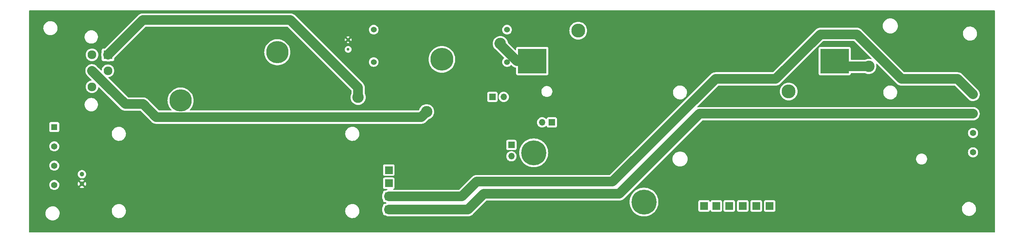
<source format=gbl>
G04 #@! TF.GenerationSoftware,KiCad,Pcbnew,7.0.9*
G04 #@! TF.CreationDate,2024-04-01T22:01:11-07:00*
G04 #@! TF.ProjectId,AVcarrierBoard,41566361-7272-4696-9572-426f6172642e,rev?*
G04 #@! TF.SameCoordinates,Original*
G04 #@! TF.FileFunction,Copper,L4,Bot*
G04 #@! TF.FilePolarity,Positive*
%FSLAX46Y46*%
G04 Gerber Fmt 4.6, Leading zero omitted, Abs format (unit mm)*
G04 Created by KiCad (PCBNEW 7.0.9) date 2024-04-01 22:01:11*
%MOMM*%
%LPD*%
G01*
G04 APERTURE LIST*
G04 #@! TA.AperFunction,ComponentPad*
%ADD10R,2.300000X2.300000*%
G04 #@! TD*
G04 #@! TA.AperFunction,ComponentPad*
%ADD11C,2.300000*%
G04 #@! TD*
G04 #@! TA.AperFunction,ComponentPad*
%ADD12C,3.654400*%
G04 #@! TD*
G04 #@! TA.AperFunction,SMDPad,CuDef*
%ADD13R,7.467600X6.477000*%
G04 #@! TD*
G04 #@! TA.AperFunction,ComponentPad*
%ADD14R,1.700000X1.700000*%
G04 #@! TD*
G04 #@! TA.AperFunction,ComponentPad*
%ADD15O,1.700000X1.700000*%
G04 #@! TD*
G04 #@! TA.AperFunction,ComponentPad*
%ADD16R,1.650000X1.650000*%
G04 #@! TD*
G04 #@! TA.AperFunction,ComponentPad*
%ADD17C,1.650000*%
G04 #@! TD*
G04 #@! TA.AperFunction,ComponentPad*
%ADD18R,2.032000X2.032000*%
G04 #@! TD*
G04 #@! TA.AperFunction,ComponentPad*
%ADD19C,1.200000*%
G04 #@! TD*
G04 #@! TA.AperFunction,WasherPad*
%ADD20C,6.560820*%
G04 #@! TD*
G04 #@! TA.AperFunction,WasherPad*
%ADD21C,5.842000*%
G04 #@! TD*
G04 #@! TA.AperFunction,ComponentPad*
%ADD22C,0.762000*%
G04 #@! TD*
G04 #@! TA.AperFunction,WasherPad*
%ADD23C,6.000000*%
G04 #@! TD*
G04 #@! TA.AperFunction,ComponentPad*
%ADD24C,1.524000*%
G04 #@! TD*
G04 #@! TA.AperFunction,ViaPad*
%ADD25C,3.000000*%
G04 #@! TD*
G04 #@! TA.AperFunction,Conductor*
%ADD26C,2.500000*%
G04 #@! TD*
G04 APERTURE END LIST*
D10*
X43557799Y-77730434D03*
D11*
X43557799Y-81930433D03*
X43557799Y-86130432D03*
X39357800Y-77730434D03*
X39357800Y-81930433D03*
X39357800Y-86130432D03*
D12*
X222250000Y-87376000D03*
X167005000Y-71374000D03*
D13*
X234315000Y-79375000D03*
X154940000Y-79375000D03*
D14*
X144470200Y-88798400D03*
D15*
X147440200Y-88798400D03*
D16*
X29464000Y-96723200D03*
D17*
X29464000Y-101803200D03*
X29464000Y-106883200D03*
X29464000Y-111963200D03*
D18*
X117275000Y-108060000D03*
X117275000Y-111520000D03*
X117275000Y-114980000D03*
X117275000Y-118440000D03*
D19*
X36735000Y-109140000D03*
X36735000Y-111680000D03*
D16*
X270650000Y-88137500D03*
D17*
X270650000Y-93217500D03*
X270650000Y-98297500D03*
X270650000Y-103377500D03*
D14*
X160070800Y-95504000D03*
D15*
X157530800Y-95504000D03*
D20*
X155321000Y-103505000D03*
X184264300Y-116459000D03*
D18*
X217265000Y-117475000D03*
X213725000Y-117475000D03*
X210185000Y-117475000D03*
X206645000Y-117475000D03*
X203265000Y-117475000D03*
X200025000Y-117475000D03*
D21*
X62616800Y-89756000D03*
X88016800Y-77056000D03*
D22*
X106599387Y-76305535D03*
X106599387Y-73765535D03*
D23*
X131210000Y-78920000D03*
D24*
X148310000Y-71120000D03*
X148310000Y-79620000D03*
X113310000Y-71120000D03*
X113310000Y-79620000D03*
D14*
X149453600Y-101442600D03*
D15*
X149453600Y-104412600D03*
D25*
X243281200Y-80772000D03*
X171602400Y-101447600D03*
X109220000Y-88900000D03*
X146558000Y-74777600D03*
X127203200Y-92710000D03*
D26*
X235712000Y-80772000D02*
X234315000Y-79375000D01*
X243281200Y-80772000D02*
X235712000Y-80772000D01*
X52708233Y-68580000D02*
X43557799Y-77730434D01*
X109220000Y-88900000D02*
X109220000Y-86360000D01*
X91440000Y-68580000D02*
X52708233Y-68580000D01*
X109220000Y-86360000D02*
X91440000Y-68580000D01*
X176022000Y-111099600D02*
X140360400Y-111099600D01*
X270650000Y-88137500D02*
X266576000Y-84063500D01*
X266576000Y-84063500D02*
X251855900Y-84063500D01*
X136480000Y-114980000D02*
X117275000Y-114980000D01*
X218856900Y-84063500D02*
X203058100Y-84063500D01*
X240131600Y-72339200D02*
X230581200Y-72339200D01*
X230581200Y-72339200D02*
X218856900Y-84063500D01*
X140360400Y-111099600D02*
X136480000Y-114980000D01*
X203058100Y-84063500D02*
X176022000Y-111099600D01*
X251855900Y-84063500D02*
X240131600Y-72339200D01*
X270650000Y-93217500D02*
X198882500Y-93217500D01*
X198882500Y-93217500D02*
X177800000Y-114300000D01*
X142240000Y-114300000D02*
X138100000Y-118440000D01*
X138100000Y-118440000D02*
X117275000Y-118440000D01*
X177800000Y-114300000D02*
X142240000Y-114300000D01*
X146558000Y-74777600D02*
X146304000Y-74777600D01*
X154940000Y-79375000D02*
X150901400Y-79375000D01*
X150901400Y-79375000D02*
X146558000Y-75031600D01*
X146558000Y-75031600D02*
X146558000Y-74777600D01*
X146304000Y-74777600D02*
X146456400Y-74930000D01*
X43557799Y-86130432D02*
X39357800Y-81930433D01*
X127203200Y-92710000D02*
X125786200Y-94127000D01*
X56230200Y-94127000D02*
X52781200Y-90678000D01*
X48105367Y-90678000D02*
X43557799Y-86130432D01*
X125786200Y-94127000D02*
X56230200Y-94127000D01*
X52781200Y-90678000D02*
X48105367Y-90678000D01*
G04 #@! TA.AperFunction,Conductor*
G36*
X276307539Y-66059685D02*
G01*
X276353294Y-66112489D01*
X276364500Y-66164000D01*
X276364500Y-124336000D01*
X276344815Y-124403039D01*
X276292011Y-124448794D01*
X276240500Y-124460000D01*
X22984000Y-124460000D01*
X22916961Y-124440315D01*
X22871206Y-124387511D01*
X22860000Y-124336000D01*
X22860000Y-119498563D01*
X27152587Y-119498563D01*
X27182213Y-119767813D01*
X27182215Y-119767824D01*
X27250726Y-120029882D01*
X27250728Y-120029888D01*
X27356670Y-120279190D01*
X27428798Y-120397375D01*
X27497779Y-120510405D01*
X27497786Y-120510415D01*
X27671053Y-120718619D01*
X27671059Y-120718624D01*
X27872798Y-120899382D01*
X28098710Y-121048844D01*
X28343976Y-121163820D01*
X28343983Y-121163822D01*
X28343985Y-121163823D01*
X28603357Y-121241857D01*
X28603364Y-121241858D01*
X28603369Y-121241860D01*
X28871361Y-121281300D01*
X28871366Y-121281300D01*
X29074436Y-121281300D01*
X29125933Y-121277530D01*
X29276956Y-121266477D01*
X29389558Y-121241393D01*
X29541346Y-121207582D01*
X29541348Y-121207581D01*
X29541353Y-121207580D01*
X29794358Y-121110814D01*
X30030577Y-120978241D01*
X30244977Y-120812688D01*
X30432986Y-120617681D01*
X30590599Y-120397379D01*
X30696963Y-120190500D01*
X30714449Y-120156490D01*
X30714451Y-120156484D01*
X30714456Y-120156475D01*
X30801918Y-119900105D01*
X30851119Y-119633733D01*
X30861012Y-119363035D01*
X30831386Y-119093782D01*
X30778506Y-118891513D01*
X44564537Y-118891513D01*
X44594163Y-119160763D01*
X44594165Y-119160774D01*
X44647043Y-119363035D01*
X44662678Y-119422838D01*
X44768620Y-119672140D01*
X44907751Y-119900114D01*
X44909729Y-119903355D01*
X44909736Y-119903365D01*
X45083003Y-120111569D01*
X45083009Y-120111574D01*
X45182941Y-120201113D01*
X45284748Y-120292332D01*
X45510660Y-120441794D01*
X45755926Y-120556770D01*
X45755933Y-120556772D01*
X45755935Y-120556773D01*
X46015307Y-120634807D01*
X46015314Y-120634808D01*
X46015319Y-120634810D01*
X46283311Y-120674250D01*
X46283316Y-120674250D01*
X46486386Y-120674250D01*
X46537883Y-120670480D01*
X46688906Y-120659427D01*
X46801508Y-120634343D01*
X46953296Y-120600532D01*
X46953298Y-120600531D01*
X46953303Y-120600530D01*
X47206308Y-120503764D01*
X47442527Y-120371191D01*
X47656927Y-120205638D01*
X47844936Y-120010631D01*
X48002549Y-119790329D01*
X48083065Y-119633724D01*
X48126399Y-119549440D01*
X48126401Y-119549434D01*
X48126406Y-119549425D01*
X48213868Y-119293055D01*
X48263069Y-119026683D01*
X48268009Y-118891513D01*
X105842037Y-118891513D01*
X105871663Y-119160763D01*
X105871665Y-119160774D01*
X105924543Y-119363035D01*
X105940178Y-119422838D01*
X106046120Y-119672140D01*
X106185251Y-119900114D01*
X106187229Y-119903355D01*
X106187236Y-119903365D01*
X106360503Y-120111569D01*
X106360509Y-120111574D01*
X106460441Y-120201113D01*
X106562248Y-120292332D01*
X106788160Y-120441794D01*
X107033426Y-120556770D01*
X107033433Y-120556772D01*
X107033435Y-120556773D01*
X107292807Y-120634807D01*
X107292814Y-120634808D01*
X107292819Y-120634810D01*
X107560811Y-120674250D01*
X107560816Y-120674250D01*
X107763886Y-120674250D01*
X107815383Y-120670480D01*
X107966406Y-120659427D01*
X108079008Y-120634343D01*
X108230796Y-120600532D01*
X108230798Y-120600531D01*
X108230803Y-120600530D01*
X108483808Y-120503764D01*
X108720027Y-120371191D01*
X108934427Y-120205638D01*
X109122436Y-120010631D01*
X109280049Y-119790329D01*
X109360565Y-119633724D01*
X109403899Y-119549440D01*
X109403901Y-119549434D01*
X109403906Y-119549425D01*
X109491368Y-119293055D01*
X109540569Y-119026683D01*
X109550462Y-118755985D01*
X109530129Y-118571187D01*
X115524500Y-118571187D01*
X115544687Y-118705109D01*
X115563604Y-118830615D01*
X115563605Y-118830617D01*
X115563606Y-118830623D01*
X115595740Y-118934797D01*
X115640937Y-119081323D01*
X115746220Y-119299946D01*
X115758500Y-119353745D01*
X115758500Y-119503869D01*
X115758501Y-119503876D01*
X115764908Y-119563483D01*
X115815202Y-119698328D01*
X115815206Y-119698335D01*
X115901452Y-119813544D01*
X115901455Y-119813547D01*
X116016664Y-119899793D01*
X116016671Y-119899797D01*
X116061618Y-119916561D01*
X116151517Y-119950091D01*
X116211127Y-119956500D01*
X116367428Y-119956499D01*
X116429429Y-119973112D01*
X116513357Y-120021568D01*
X116757584Y-120117420D01*
X117013370Y-120175802D01*
X117013376Y-120175802D01*
X117013379Y-120175803D01*
X117209500Y-120190500D01*
X117209506Y-120190500D01*
X138067269Y-120190500D01*
X138165635Y-120194181D01*
X138165635Y-120194180D01*
X138165636Y-120194181D01*
X138263460Y-120183158D01*
X138361630Y-120175802D01*
X138377667Y-120172141D01*
X138390287Y-120169261D01*
X138397147Y-120168095D01*
X138400042Y-120167768D01*
X138426350Y-120164805D01*
X138489736Y-120147820D01*
X138521431Y-120139328D01*
X138617408Y-120117422D01*
X138617409Y-120117421D01*
X138617416Y-120117420D01*
X138644790Y-120106675D01*
X138651372Y-120104509D01*
X138679775Y-120096900D01*
X138769999Y-120057535D01*
X138861643Y-120021568D01*
X138887119Y-120006857D01*
X138893287Y-120003744D01*
X138920247Y-119991983D01*
X139003602Y-119939607D01*
X139088857Y-119890386D01*
X139111845Y-119872052D01*
X139117492Y-119868045D01*
X139142397Y-119852398D01*
X139217020Y-119788178D01*
X139242551Y-119767818D01*
X139293969Y-119726815D01*
X139293971Y-119726812D01*
X139293981Y-119726805D01*
X139360929Y-119654651D01*
X142556581Y-116459000D01*
X180478531Y-116459000D01*
X180497954Y-116842000D01*
X180550162Y-117182794D01*
X180556026Y-117221070D01*
X180613193Y-117441862D01*
X180652151Y-117592328D01*
X180785334Y-117951931D01*
X180785340Y-117951944D01*
X180954225Y-118296240D01*
X180954230Y-118296249D01*
X181157079Y-118621689D01*
X181365939Y-118891515D01*
X181391817Y-118924946D01*
X181615988Y-119160774D01*
X181656030Y-119202898D01*
X181947005Y-119452692D01*
X181947008Y-119452694D01*
X182261764Y-119671771D01*
X182587191Y-119852398D01*
X182597073Y-119857883D01*
X182672815Y-119890386D01*
X182949483Y-120009113D01*
X182949486Y-120009114D01*
X182949491Y-120009116D01*
X183315376Y-120123913D01*
X183315379Y-120123913D01*
X183315387Y-120123916D01*
X183691029Y-120201113D01*
X183996249Y-120232150D01*
X184072553Y-120239910D01*
X184072554Y-120239910D01*
X184456047Y-120239910D01*
X184519633Y-120233443D01*
X184837571Y-120201113D01*
X185213213Y-120123916D01*
X185233911Y-120117422D01*
X185579108Y-120009116D01*
X185579109Y-120009115D01*
X185579117Y-120009113D01*
X185931531Y-119857881D01*
X186266836Y-119671771D01*
X186581592Y-119452694D01*
X186872570Y-119202898D01*
X187136783Y-118924946D01*
X187371521Y-118621689D01*
X187423142Y-118538870D01*
X198508500Y-118538870D01*
X198508501Y-118538876D01*
X198514908Y-118598483D01*
X198565202Y-118733328D01*
X198565206Y-118733335D01*
X198651452Y-118848544D01*
X198651455Y-118848547D01*
X198766664Y-118934793D01*
X198766671Y-118934797D01*
X198901517Y-118985091D01*
X198901516Y-118985091D01*
X198908444Y-118985835D01*
X198961127Y-118991500D01*
X201088872Y-118991499D01*
X201148483Y-118985091D01*
X201283331Y-118934796D01*
X201398546Y-118848546D01*
X201484796Y-118733331D01*
X201528818Y-118615302D01*
X201570689Y-118559368D01*
X201636153Y-118534951D01*
X201704426Y-118549802D01*
X201753832Y-118599207D01*
X201761182Y-118615302D01*
X201805202Y-118733328D01*
X201805206Y-118733335D01*
X201891452Y-118848544D01*
X201891455Y-118848547D01*
X202006664Y-118934793D01*
X202006671Y-118934797D01*
X202141517Y-118985091D01*
X202141516Y-118985091D01*
X202148444Y-118985835D01*
X202201127Y-118991500D01*
X204328872Y-118991499D01*
X204388483Y-118985091D01*
X204523331Y-118934796D01*
X204638546Y-118848546D01*
X204724796Y-118733331D01*
X204775091Y-118598483D01*
X204781500Y-118538873D01*
X204781500Y-118538870D01*
X205128500Y-118538870D01*
X205128501Y-118538876D01*
X205134908Y-118598483D01*
X205185202Y-118733328D01*
X205185206Y-118733335D01*
X205271452Y-118848544D01*
X205271455Y-118848547D01*
X205386664Y-118934793D01*
X205386671Y-118934797D01*
X205521517Y-118985091D01*
X205521516Y-118985091D01*
X205528444Y-118985835D01*
X205581127Y-118991500D01*
X207708872Y-118991499D01*
X207768483Y-118985091D01*
X207903331Y-118934796D01*
X208018546Y-118848546D01*
X208104796Y-118733331D01*
X208155091Y-118598483D01*
X208161500Y-118538873D01*
X208161500Y-118538870D01*
X208668500Y-118538870D01*
X208668501Y-118538876D01*
X208674908Y-118598483D01*
X208725202Y-118733328D01*
X208725206Y-118733335D01*
X208811452Y-118848544D01*
X208811455Y-118848547D01*
X208926664Y-118934793D01*
X208926671Y-118934797D01*
X209061517Y-118985091D01*
X209061516Y-118985091D01*
X209068444Y-118985835D01*
X209121127Y-118991500D01*
X211248872Y-118991499D01*
X211308483Y-118985091D01*
X211443331Y-118934796D01*
X211558546Y-118848546D01*
X211644796Y-118733331D01*
X211695091Y-118598483D01*
X211701500Y-118538873D01*
X211701500Y-118538870D01*
X212208500Y-118538870D01*
X212208501Y-118538876D01*
X212214908Y-118598483D01*
X212265202Y-118733328D01*
X212265206Y-118733335D01*
X212351452Y-118848544D01*
X212351455Y-118848547D01*
X212466664Y-118934793D01*
X212466671Y-118934797D01*
X212601517Y-118985091D01*
X212601516Y-118985091D01*
X212608444Y-118985835D01*
X212661127Y-118991500D01*
X214788872Y-118991499D01*
X214848483Y-118985091D01*
X214983331Y-118934796D01*
X215098546Y-118848546D01*
X215184796Y-118733331D01*
X215235091Y-118598483D01*
X215241500Y-118538873D01*
X215241500Y-118538870D01*
X215748500Y-118538870D01*
X215748501Y-118538876D01*
X215754908Y-118598483D01*
X215805202Y-118733328D01*
X215805206Y-118733335D01*
X215891452Y-118848544D01*
X215891455Y-118848547D01*
X216006664Y-118934793D01*
X216006671Y-118934797D01*
X216141517Y-118985091D01*
X216141516Y-118985091D01*
X216148444Y-118985835D01*
X216201127Y-118991500D01*
X218328872Y-118991499D01*
X218388483Y-118985091D01*
X218523331Y-118934796D01*
X218638546Y-118848546D01*
X218724796Y-118733331D01*
X218775091Y-118598483D01*
X218781500Y-118538873D01*
X218781500Y-118330163D01*
X267741387Y-118330163D01*
X267771013Y-118599413D01*
X267771015Y-118599424D01*
X267839526Y-118861482D01*
X267839528Y-118861488D01*
X267945470Y-119110790D01*
X268071748Y-119317704D01*
X268086579Y-119342005D01*
X268086586Y-119342015D01*
X268259853Y-119550219D01*
X268259859Y-119550224D01*
X268461598Y-119730982D01*
X268687510Y-119880444D01*
X268932776Y-119995420D01*
X268932783Y-119995422D01*
X268932785Y-119995423D01*
X269192157Y-120073457D01*
X269192164Y-120073458D01*
X269192169Y-120073460D01*
X269460161Y-120112900D01*
X269460166Y-120112900D01*
X269663236Y-120112900D01*
X269714733Y-120109130D01*
X269865756Y-120098077D01*
X269978358Y-120072993D01*
X270130146Y-120039182D01*
X270130148Y-120039181D01*
X270130153Y-120039180D01*
X270383158Y-119942414D01*
X270619377Y-119809841D01*
X270833777Y-119644288D01*
X271021786Y-119449281D01*
X271179399Y-119228979D01*
X271255314Y-119081323D01*
X271303249Y-118988090D01*
X271303251Y-118988084D01*
X271303256Y-118988075D01*
X271390718Y-118731705D01*
X271439919Y-118465333D01*
X271449812Y-118194635D01*
X271420186Y-117925382D01*
X271351672Y-117663312D01*
X271245730Y-117414010D01*
X271104618Y-117182790D01*
X271072117Y-117143736D01*
X270931346Y-116974580D01*
X270931340Y-116974575D01*
X270729602Y-116793818D01*
X270503692Y-116644357D01*
X270487785Y-116636900D01*
X270258424Y-116529380D01*
X270258419Y-116529378D01*
X270258414Y-116529376D01*
X269999042Y-116451342D01*
X269999028Y-116451339D01*
X269883391Y-116434321D01*
X269731039Y-116411900D01*
X269527969Y-116411900D01*
X269527964Y-116411900D01*
X269325444Y-116426723D01*
X269325431Y-116426725D01*
X269061053Y-116485617D01*
X269061046Y-116485620D01*
X268808039Y-116582387D01*
X268571826Y-116714957D01*
X268357422Y-116880512D01*
X268169422Y-117075509D01*
X268169416Y-117075516D01*
X268011802Y-117295819D01*
X268011799Y-117295824D01*
X267887950Y-117536709D01*
X267887943Y-117536727D01*
X267800484Y-117793085D01*
X267800481Y-117793099D01*
X267751281Y-118059468D01*
X267751280Y-118059475D01*
X267741387Y-118330163D01*
X218781500Y-118330163D01*
X218781499Y-116411128D01*
X218775091Y-116351517D01*
X218774820Y-116350791D01*
X218724797Y-116216671D01*
X218724793Y-116216664D01*
X218638547Y-116101455D01*
X218638544Y-116101452D01*
X218523335Y-116015206D01*
X218523328Y-116015202D01*
X218388482Y-115964908D01*
X218388483Y-115964908D01*
X218328883Y-115958501D01*
X218328881Y-115958500D01*
X218328873Y-115958500D01*
X218328864Y-115958500D01*
X216201129Y-115958500D01*
X216201123Y-115958501D01*
X216141516Y-115964908D01*
X216006671Y-116015202D01*
X216006664Y-116015206D01*
X215891455Y-116101452D01*
X215891452Y-116101455D01*
X215805206Y-116216664D01*
X215805202Y-116216671D01*
X215754908Y-116351517D01*
X215749675Y-116400196D01*
X215748501Y-116411123D01*
X215748500Y-116411135D01*
X215748500Y-118538870D01*
X215241500Y-118538870D01*
X215241499Y-116411128D01*
X215235091Y-116351517D01*
X215234820Y-116350791D01*
X215184797Y-116216671D01*
X215184793Y-116216664D01*
X215098547Y-116101455D01*
X215098544Y-116101452D01*
X214983335Y-116015206D01*
X214983328Y-116015202D01*
X214848482Y-115964908D01*
X214848483Y-115964908D01*
X214788883Y-115958501D01*
X214788881Y-115958500D01*
X214788873Y-115958500D01*
X214788864Y-115958500D01*
X212661129Y-115958500D01*
X212661123Y-115958501D01*
X212601516Y-115964908D01*
X212466671Y-116015202D01*
X212466664Y-116015206D01*
X212351455Y-116101452D01*
X212351452Y-116101455D01*
X212265206Y-116216664D01*
X212265202Y-116216671D01*
X212214908Y-116351517D01*
X212209675Y-116400196D01*
X212208501Y-116411123D01*
X212208500Y-116411135D01*
X212208500Y-118538870D01*
X211701500Y-118538870D01*
X211701499Y-116411128D01*
X211695091Y-116351517D01*
X211694820Y-116350791D01*
X211644797Y-116216671D01*
X211644793Y-116216664D01*
X211558547Y-116101455D01*
X211558544Y-116101452D01*
X211443335Y-116015206D01*
X211443328Y-116015202D01*
X211308482Y-115964908D01*
X211308483Y-115964908D01*
X211248883Y-115958501D01*
X211248881Y-115958500D01*
X211248873Y-115958500D01*
X211248864Y-115958500D01*
X209121129Y-115958500D01*
X209121123Y-115958501D01*
X209061516Y-115964908D01*
X208926671Y-116015202D01*
X208926664Y-116015206D01*
X208811455Y-116101452D01*
X208811452Y-116101455D01*
X208725206Y-116216664D01*
X208725202Y-116216671D01*
X208674908Y-116351517D01*
X208669675Y-116400196D01*
X208668501Y-116411123D01*
X208668500Y-116411135D01*
X208668500Y-118538870D01*
X208161500Y-118538870D01*
X208161499Y-116411128D01*
X208155091Y-116351517D01*
X208154820Y-116350791D01*
X208104797Y-116216671D01*
X208104793Y-116216664D01*
X208018547Y-116101455D01*
X208018544Y-116101452D01*
X207903335Y-116015206D01*
X207903328Y-116015202D01*
X207768482Y-115964908D01*
X207768483Y-115964908D01*
X207708883Y-115958501D01*
X207708881Y-115958500D01*
X207708873Y-115958500D01*
X207708864Y-115958500D01*
X205581129Y-115958500D01*
X205581123Y-115958501D01*
X205521516Y-115964908D01*
X205386671Y-116015202D01*
X205386664Y-116015206D01*
X205271455Y-116101452D01*
X205271452Y-116101455D01*
X205185206Y-116216664D01*
X205185202Y-116216671D01*
X205134908Y-116351517D01*
X205129675Y-116400196D01*
X205128501Y-116411123D01*
X205128500Y-116411135D01*
X205128500Y-118538870D01*
X204781500Y-118538870D01*
X204781499Y-116411128D01*
X204775091Y-116351517D01*
X204774820Y-116350791D01*
X204724797Y-116216671D01*
X204724793Y-116216664D01*
X204638547Y-116101455D01*
X204638544Y-116101452D01*
X204523335Y-116015206D01*
X204523328Y-116015202D01*
X204388482Y-115964908D01*
X204388483Y-115964908D01*
X204328883Y-115958501D01*
X204328881Y-115958500D01*
X204328873Y-115958500D01*
X204328864Y-115958500D01*
X202201129Y-115958500D01*
X202201123Y-115958501D01*
X202141516Y-115964908D01*
X202006671Y-116015202D01*
X202006664Y-116015206D01*
X201891455Y-116101452D01*
X201891452Y-116101455D01*
X201805206Y-116216664D01*
X201805202Y-116216671D01*
X201761182Y-116334697D01*
X201719311Y-116390631D01*
X201653847Y-116415048D01*
X201585574Y-116400196D01*
X201536168Y-116350791D01*
X201528818Y-116334697D01*
X201484797Y-116216671D01*
X201484793Y-116216664D01*
X201398547Y-116101455D01*
X201398544Y-116101452D01*
X201283335Y-116015206D01*
X201283328Y-116015202D01*
X201148482Y-115964908D01*
X201148483Y-115964908D01*
X201088883Y-115958501D01*
X201088881Y-115958500D01*
X201088873Y-115958500D01*
X201088864Y-115958500D01*
X198961129Y-115958500D01*
X198961123Y-115958501D01*
X198901516Y-115964908D01*
X198766671Y-116015202D01*
X198766664Y-116015206D01*
X198651455Y-116101452D01*
X198651452Y-116101455D01*
X198565206Y-116216664D01*
X198565202Y-116216671D01*
X198514908Y-116351517D01*
X198509675Y-116400196D01*
X198508501Y-116411123D01*
X198508500Y-116411135D01*
X198508500Y-118538870D01*
X187423142Y-118538870D01*
X187574374Y-118296241D01*
X187743262Y-117951940D01*
X187876451Y-117592320D01*
X187972574Y-117221070D01*
X188030645Y-116842000D01*
X188050069Y-116459000D01*
X188030645Y-116076000D01*
X188027302Y-116054181D01*
X188018899Y-115999328D01*
X187972574Y-115696930D01*
X187876451Y-115325680D01*
X187797009Y-115111182D01*
X187743265Y-114966068D01*
X187743264Y-114966067D01*
X187743262Y-114966060D01*
X187574374Y-114621759D01*
X187574369Y-114621750D01*
X187371520Y-114296310D01*
X187136787Y-113993059D01*
X187136786Y-113993058D01*
X187136783Y-113993054D01*
X186872570Y-113715102D01*
X186872569Y-113715101D01*
X186581594Y-113465307D01*
X186347800Y-113302582D01*
X186266836Y-113246229D01*
X185931531Y-113060119D01*
X185931532Y-113060119D01*
X185931526Y-113060116D01*
X185579108Y-112908883D01*
X185213223Y-112794086D01*
X185213217Y-112794085D01*
X185213214Y-112794084D01*
X185213213Y-112794084D01*
X184837571Y-112716887D01*
X184837570Y-112716886D01*
X184837566Y-112716886D01*
X184456047Y-112678090D01*
X184456046Y-112678090D01*
X184072554Y-112678090D01*
X184072553Y-112678090D01*
X183691033Y-112716886D01*
X183315382Y-112794085D01*
X183315376Y-112794086D01*
X182949491Y-112908883D01*
X182597073Y-113060116D01*
X182261762Y-113246230D01*
X181947005Y-113465307D01*
X181656030Y-113715101D01*
X181391812Y-113993059D01*
X181157079Y-114296310D01*
X180954230Y-114621750D01*
X180954225Y-114621759D01*
X180785340Y-114966055D01*
X180785334Y-114966068D01*
X180652151Y-115325671D01*
X180556025Y-115696934D01*
X180497954Y-116075999D01*
X180478531Y-116459000D01*
X142556581Y-116459000D01*
X142928762Y-116086819D01*
X142990085Y-116053334D01*
X143016443Y-116050500D01*
X177767269Y-116050500D01*
X177865635Y-116054181D01*
X177865635Y-116054180D01*
X177865636Y-116054181D01*
X177963460Y-116043158D01*
X178061630Y-116035802D01*
X178077667Y-116032141D01*
X178090287Y-116029261D01*
X178097147Y-116028095D01*
X178100042Y-116027768D01*
X178126350Y-116024805D01*
X178189736Y-116007820D01*
X178221431Y-115999328D01*
X178317408Y-115977422D01*
X178317409Y-115977421D01*
X178317416Y-115977420D01*
X178344790Y-115966675D01*
X178351372Y-115964509D01*
X178379775Y-115956900D01*
X178469999Y-115917535D01*
X178561643Y-115881568D01*
X178587119Y-115866857D01*
X178593287Y-115863744D01*
X178620247Y-115851983D01*
X178703602Y-115799607D01*
X178788857Y-115750386D01*
X178811845Y-115732052D01*
X178817492Y-115728045D01*
X178842397Y-115712398D01*
X178917020Y-115648178D01*
X178950696Y-115621323D01*
X178993969Y-115586815D01*
X178993971Y-115586812D01*
X178993981Y-115586805D01*
X179060929Y-115514651D01*
X189440579Y-105135001D01*
X191739454Y-105135001D01*
X191759613Y-105416866D01*
X191819678Y-105692977D01*
X191819680Y-105692984D01*
X191847756Y-105768259D01*
X191918432Y-105957750D01*
X191918434Y-105957754D01*
X192053855Y-106205758D01*
X192053860Y-106205766D01*
X192223196Y-106431974D01*
X192223212Y-106431992D01*
X192423007Y-106631787D01*
X192423025Y-106631803D01*
X192649233Y-106801139D01*
X192649241Y-106801144D01*
X192897245Y-106936565D01*
X192897249Y-106936567D01*
X192897251Y-106936568D01*
X193162016Y-107035320D01*
X193253003Y-107055113D01*
X193438133Y-107095386D01*
X193438135Y-107095386D01*
X193438139Y-107095387D01*
X193649447Y-107110500D01*
X193790553Y-107110500D01*
X194001861Y-107095387D01*
X194277984Y-107035320D01*
X194542749Y-106936568D01*
X194790764Y-106801141D01*
X195016982Y-106631797D01*
X195216797Y-106431982D01*
X195386141Y-106205764D01*
X195521568Y-105957749D01*
X195620320Y-105692984D01*
X195680387Y-105416861D01*
X195691979Y-105254776D01*
X255694500Y-105254776D01*
X255733930Y-105491067D01*
X255811711Y-105717637D01*
X255811713Y-105717642D01*
X255925730Y-105928325D01*
X255925734Y-105928331D01*
X256049918Y-106087882D01*
X256072866Y-106117366D01*
X256249113Y-106279612D01*
X256449660Y-106410636D01*
X256669038Y-106506864D01*
X256901263Y-106565672D01*
X257080213Y-106580500D01*
X257080215Y-106580500D01*
X257199785Y-106580500D01*
X257199787Y-106580500D01*
X257378737Y-106565672D01*
X257610962Y-106506864D01*
X257830340Y-106410636D01*
X258030887Y-106279612D01*
X258207134Y-106117366D01*
X258354271Y-105928323D01*
X258468287Y-105717641D01*
X258546070Y-105491065D01*
X258585500Y-105254778D01*
X258585500Y-105015222D01*
X258546070Y-104778935D01*
X258468287Y-104552359D01*
X258354271Y-104341677D01*
X258354269Y-104341674D01*
X258354265Y-104341668D01*
X258207139Y-104152641D01*
X258207134Y-104152634D01*
X258030887Y-103990388D01*
X258030884Y-103990386D01*
X258030883Y-103990385D01*
X257953338Y-103939722D01*
X257830340Y-103859364D01*
X257830337Y-103859362D01*
X257830336Y-103859362D01*
X257610963Y-103763136D01*
X257378737Y-103704328D01*
X257378740Y-103704328D01*
X257271367Y-103695431D01*
X257199787Y-103689500D01*
X257080213Y-103689500D01*
X257008633Y-103695431D01*
X256901260Y-103704328D01*
X256669036Y-103763136D01*
X256449663Y-103859362D01*
X256249116Y-103990385D01*
X256072869Y-104152631D01*
X256072860Y-104152641D01*
X255925734Y-104341668D01*
X255925730Y-104341674D01*
X255811713Y-104552357D01*
X255811711Y-104552362D01*
X255733930Y-104778932D01*
X255717688Y-104876264D01*
X255697386Y-104997931D01*
X255694500Y-105015223D01*
X255694500Y-105254776D01*
X195691979Y-105254776D01*
X195700546Y-105135000D01*
X195680387Y-104853139D01*
X195620320Y-104577016D01*
X195521568Y-104312251D01*
X195496894Y-104267065D01*
X195386144Y-104064241D01*
X195386139Y-104064233D01*
X195216803Y-103838025D01*
X195216787Y-103838007D01*
X195016992Y-103638212D01*
X195016974Y-103638196D01*
X194790766Y-103468860D01*
X194790758Y-103468855D01*
X194623456Y-103377501D01*
X269319437Y-103377501D01*
X269339650Y-103608544D01*
X269339651Y-103608551D01*
X269399678Y-103832574D01*
X269399679Y-103832576D01*
X269399680Y-103832579D01*
X269497699Y-104042782D01*
X269630730Y-104232769D01*
X269794731Y-104396770D01*
X269984718Y-104529801D01*
X270194921Y-104627820D01*
X270418950Y-104687849D01*
X270583985Y-104702287D01*
X270649998Y-104708063D01*
X270650000Y-104708063D01*
X270650002Y-104708063D01*
X270707762Y-104703009D01*
X270881050Y-104687849D01*
X271105079Y-104627820D01*
X271315282Y-104529801D01*
X271505269Y-104396770D01*
X271669270Y-104232769D01*
X271802301Y-104042782D01*
X271900320Y-103832579D01*
X271960349Y-103608550D01*
X271980563Y-103377500D01*
X271960349Y-103146450D01*
X271900320Y-102922421D01*
X271802301Y-102712219D01*
X271802299Y-102712216D01*
X271802298Y-102712214D01*
X271669273Y-102522235D01*
X271669268Y-102522229D01*
X271505269Y-102358230D01*
X271479914Y-102340476D01*
X271315282Y-102225199D01*
X271105079Y-102127180D01*
X271105076Y-102127179D01*
X271105074Y-102127178D01*
X270881051Y-102067151D01*
X270881044Y-102067150D01*
X270650002Y-102046937D01*
X270649998Y-102046937D01*
X270418955Y-102067150D01*
X270418948Y-102067151D01*
X270194917Y-102127181D01*
X269984718Y-102225199D01*
X269984714Y-102225201D01*
X269794735Y-102358226D01*
X269794729Y-102358231D01*
X269630731Y-102522229D01*
X269630726Y-102522235D01*
X269497701Y-102712214D01*
X269497699Y-102712218D01*
X269399681Y-102922417D01*
X269339651Y-103146448D01*
X269339650Y-103146455D01*
X269319437Y-103377498D01*
X269319437Y-103377501D01*
X194623456Y-103377501D01*
X194542754Y-103333434D01*
X194542750Y-103333432D01*
X194442372Y-103295993D01*
X194277984Y-103234680D01*
X194277980Y-103234679D01*
X194277977Y-103234678D01*
X194001866Y-103174613D01*
X193790553Y-103159500D01*
X193649447Y-103159500D01*
X193438133Y-103174613D01*
X193162022Y-103234678D01*
X193162017Y-103234679D01*
X193162016Y-103234680D01*
X193151603Y-103238564D01*
X192897249Y-103333432D01*
X192897245Y-103333434D01*
X192649241Y-103468855D01*
X192649233Y-103468860D01*
X192423025Y-103638196D01*
X192423007Y-103638212D01*
X192223212Y-103838007D01*
X192223196Y-103838025D01*
X192053860Y-104064233D01*
X192053855Y-104064241D01*
X191918434Y-104312245D01*
X191918432Y-104312249D01*
X191843555Y-104513003D01*
X191828876Y-104552362D01*
X191819678Y-104577022D01*
X191759613Y-104853133D01*
X191739454Y-105134998D01*
X191739454Y-105135001D01*
X189440579Y-105135001D01*
X196278079Y-98297501D01*
X269319437Y-98297501D01*
X269339650Y-98528544D01*
X269339651Y-98528551D01*
X269399678Y-98752574D01*
X269399679Y-98752576D01*
X269399680Y-98752579D01*
X269497699Y-98962782D01*
X269630730Y-99152769D01*
X269794731Y-99316770D01*
X269984718Y-99449801D01*
X270194921Y-99547820D01*
X270418950Y-99607849D01*
X270583985Y-99622287D01*
X270649998Y-99628063D01*
X270650000Y-99628063D01*
X270650002Y-99628063D01*
X270707762Y-99623009D01*
X270881050Y-99607849D01*
X271105079Y-99547820D01*
X271315282Y-99449801D01*
X271505269Y-99316770D01*
X271669270Y-99152769D01*
X271802301Y-98962782D01*
X271900320Y-98752579D01*
X271960349Y-98528550D01*
X271980563Y-98297500D01*
X271960349Y-98066450D01*
X271900320Y-97842421D01*
X271802301Y-97632219D01*
X271802299Y-97632216D01*
X271802298Y-97632214D01*
X271669273Y-97442235D01*
X271669268Y-97442229D01*
X271505269Y-97278230D01*
X271505263Y-97278226D01*
X271315282Y-97145199D01*
X271105079Y-97047180D01*
X271105076Y-97047179D01*
X271105074Y-97047178D01*
X270881051Y-96987151D01*
X270881044Y-96987150D01*
X270650002Y-96966937D01*
X270649998Y-96966937D01*
X270418955Y-96987150D01*
X270418948Y-96987151D01*
X270194917Y-97047181D01*
X269984718Y-97145199D01*
X269984714Y-97145201D01*
X269794735Y-97278226D01*
X269794729Y-97278231D01*
X269630731Y-97442229D01*
X269630726Y-97442235D01*
X269497701Y-97632214D01*
X269497699Y-97632218D01*
X269399681Y-97842417D01*
X269339651Y-98066448D01*
X269339650Y-98066455D01*
X269319437Y-98297498D01*
X269319437Y-98297501D01*
X196278079Y-98297501D01*
X199571261Y-95004319D01*
X199632584Y-94970834D01*
X199658942Y-94968000D01*
X270715500Y-94968000D01*
X270911620Y-94953303D01*
X270911622Y-94953302D01*
X270911630Y-94953302D01*
X271167416Y-94894920D01*
X271411643Y-94799068D01*
X271638857Y-94667886D01*
X271843981Y-94504305D01*
X272022433Y-94311979D01*
X272170228Y-94095204D01*
X272284063Y-93858823D01*
X272361396Y-93608115D01*
X272400500Y-93348682D01*
X272400500Y-93086318D01*
X272361396Y-92826885D01*
X272284063Y-92576177D01*
X272272121Y-92551380D01*
X272170232Y-92339803D01*
X272170231Y-92339802D01*
X272170230Y-92339801D01*
X272170228Y-92339796D01*
X272022433Y-92123021D01*
X272006667Y-92106029D01*
X271843985Y-91930698D01*
X271717268Y-91829645D01*
X271638857Y-91767114D01*
X271411643Y-91635932D01*
X271167416Y-91540080D01*
X271167411Y-91540078D01*
X271167402Y-91540076D01*
X270947206Y-91489818D01*
X270911630Y-91481698D01*
X270911629Y-91481697D01*
X270911625Y-91481697D01*
X270911620Y-91481696D01*
X270715500Y-91467000D01*
X270715494Y-91467000D01*
X198915214Y-91467000D01*
X198816862Y-91463319D01*
X198816861Y-91463319D01*
X198719053Y-91474340D01*
X198620875Y-91481696D01*
X198620872Y-91481697D01*
X198592203Y-91488239D01*
X198585349Y-91489403D01*
X198556149Y-91492694D01*
X198461065Y-91518172D01*
X198385635Y-91535388D01*
X198315898Y-91531116D01*
X198259540Y-91489818D01*
X198234456Y-91424607D01*
X198248610Y-91356186D01*
X198270359Y-91326820D01*
X202221173Y-87376007D01*
X219917306Y-87376007D01*
X219937261Y-87680461D01*
X219937262Y-87680471D01*
X219937263Y-87680478D01*
X219937265Y-87680488D01*
X219996789Y-87979738D01*
X219996793Y-87979753D01*
X220094870Y-88268678D01*
X220094879Y-88268699D01*
X220229828Y-88542348D01*
X220399350Y-88796055D01*
X220600535Y-89025464D01*
X220759527Y-89164895D01*
X220829946Y-89226651D01*
X220984351Y-89329821D01*
X221083651Y-89396171D01*
X221357300Y-89531120D01*
X221357305Y-89531122D01*
X221357317Y-89531128D01*
X221646254Y-89629209D01*
X221945522Y-89688737D01*
X221974763Y-89690653D01*
X222249993Y-89708694D01*
X222250000Y-89708694D01*
X222250007Y-89708694D01*
X222493756Y-89692716D01*
X222554478Y-89688737D01*
X222853746Y-89629209D01*
X223142683Y-89531128D01*
X223416347Y-89396172D01*
X223670054Y-89226651D01*
X223899464Y-89025464D01*
X224100651Y-88796054D01*
X224270172Y-88542347D01*
X224405128Y-88268683D01*
X224503209Y-87979746D01*
X224559408Y-87697213D01*
X247080817Y-87697213D01*
X247110203Y-87964281D01*
X247110205Y-87964289D01*
X247178161Y-88224228D01*
X247234815Y-88357547D01*
X247283246Y-88471513D01*
X247339077Y-88562996D01*
X247423210Y-88700855D01*
X247423217Y-88700864D01*
X247595080Y-88907379D01*
X247595086Y-88907385D01*
X247699100Y-89000581D01*
X247795190Y-89086678D01*
X248019270Y-89234928D01*
X248019273Y-89234929D01*
X248019274Y-89234930D01*
X248262542Y-89348970D01*
X248262557Y-89348976D01*
X248519827Y-89426377D01*
X248519834Y-89426378D01*
X248519839Y-89426380D01*
X248785659Y-89465500D01*
X248785664Y-89465500D01*
X248987089Y-89465500D01*
X249038169Y-89461760D01*
X249187966Y-89450797D01*
X249450220Y-89392378D01*
X249701174Y-89296396D01*
X249935479Y-89164898D01*
X250148140Y-89000686D01*
X250148242Y-89000581D01*
X250237679Y-88907815D01*
X250334626Y-88807261D01*
X250490961Y-88588744D01*
X250564349Y-88446001D01*
X250613807Y-88349808D01*
X250613809Y-88349802D01*
X250613814Y-88349793D01*
X250700567Y-88095501D01*
X250749369Y-87831288D01*
X250759182Y-87562785D01*
X250729796Y-87295714D01*
X250671184Y-87071522D01*
X250661838Y-87035771D01*
X250623698Y-86946021D01*
X250556754Y-86788487D01*
X250416787Y-86559141D01*
X250275546Y-86389422D01*
X250244919Y-86352620D01*
X250244913Y-86352614D01*
X250044810Y-86173322D01*
X249979982Y-86130432D01*
X249820730Y-86025072D01*
X249820728Y-86025071D01*
X249820725Y-86025069D01*
X249577457Y-85911029D01*
X249577442Y-85911023D01*
X249320172Y-85833622D01*
X249320158Y-85833619D01*
X249186843Y-85814000D01*
X249054341Y-85794500D01*
X248852916Y-85794500D01*
X248852911Y-85794500D01*
X248652034Y-85809203D01*
X248652020Y-85809205D01*
X248389786Y-85867620D01*
X248389779Y-85867622D01*
X248138823Y-85963605D01*
X247904522Y-86095101D01*
X247904517Y-86095104D01*
X247691861Y-86259312D01*
X247691851Y-86259321D01*
X247505377Y-86452735D01*
X247505375Y-86452737D01*
X247349040Y-86671254D01*
X247349037Y-86671259D01*
X247226192Y-86910191D01*
X247226185Y-86910209D01*
X247139435Y-87164489D01*
X247139432Y-87164503D01*
X247090632Y-87428700D01*
X247090630Y-87428720D01*
X247080817Y-87697213D01*
X224559408Y-87697213D01*
X224562737Y-87680478D01*
X224576543Y-87469843D01*
X224582694Y-87376007D01*
X224582694Y-87375992D01*
X224562738Y-87071538D01*
X224562737Y-87071522D01*
X224503209Y-86772254D01*
X224405128Y-86483317D01*
X224390853Y-86454371D01*
X224270171Y-86209651D01*
X224152571Y-86033650D01*
X224100651Y-85955946D01*
X224008019Y-85850319D01*
X223899464Y-85726535D01*
X223670055Y-85525350D01*
X223652899Y-85513887D01*
X223499933Y-85411678D01*
X223416348Y-85355828D01*
X223142699Y-85220879D01*
X223142678Y-85220870D01*
X222853753Y-85122793D01*
X222853747Y-85122791D01*
X222853746Y-85122791D01*
X222853744Y-85122790D01*
X222853738Y-85122789D01*
X222554488Y-85063265D01*
X222554478Y-85063263D01*
X222554471Y-85063262D01*
X222554461Y-85063261D01*
X222250007Y-85043306D01*
X222249993Y-85043306D01*
X221945538Y-85063261D01*
X221945526Y-85063262D01*
X221945522Y-85063263D01*
X221945514Y-85063264D01*
X221945511Y-85063265D01*
X221646261Y-85122789D01*
X221646246Y-85122793D01*
X221357321Y-85220870D01*
X221357300Y-85220879D01*
X221083651Y-85355828D01*
X220829944Y-85525350D01*
X220600535Y-85726535D01*
X220399350Y-85955944D01*
X220229828Y-86209651D01*
X220094879Y-86483300D01*
X220094870Y-86483321D01*
X219996793Y-86772246D01*
X219996789Y-86772261D01*
X219937265Y-87071511D01*
X219937261Y-87071538D01*
X219917306Y-87375992D01*
X219917306Y-87376007D01*
X202221173Y-87376007D01*
X203746861Y-85850319D01*
X203808184Y-85816834D01*
X203834542Y-85814000D01*
X218824169Y-85814000D01*
X218922535Y-85817681D01*
X218922535Y-85817680D01*
X218922536Y-85817681D01*
X219020360Y-85806658D01*
X219118530Y-85799302D01*
X219134567Y-85795641D01*
X219147187Y-85792761D01*
X219154047Y-85791595D01*
X219156942Y-85791268D01*
X219183250Y-85788305D01*
X219246636Y-85771320D01*
X219278331Y-85762828D01*
X219374308Y-85740922D01*
X219374309Y-85740921D01*
X219374316Y-85740920D01*
X219401690Y-85730175D01*
X219408272Y-85728009D01*
X219436675Y-85720400D01*
X219526899Y-85681035D01*
X219618543Y-85645068D01*
X219644019Y-85630357D01*
X219650187Y-85627244D01*
X219677147Y-85615483D01*
X219760502Y-85563107D01*
X219845757Y-85513886D01*
X219868745Y-85495552D01*
X219874392Y-85491545D01*
X219899297Y-85475898D01*
X219973920Y-85411678D01*
X220015144Y-85378804D01*
X220050869Y-85350315D01*
X220050871Y-85350312D01*
X220050881Y-85350305D01*
X220117829Y-85278151D01*
X231269962Y-74126019D01*
X231331285Y-74092534D01*
X231357643Y-74089700D01*
X239355157Y-74089700D01*
X239422196Y-74109385D01*
X239442838Y-74126019D01*
X243954300Y-78637481D01*
X243987785Y-78698804D01*
X243982801Y-78768496D01*
X243940929Y-78824429D01*
X243875465Y-78848846D01*
X243840261Y-78846328D01*
X243566633Y-78786804D01*
X243281201Y-78766390D01*
X243281199Y-78766390D01*
X242995766Y-78786804D01*
X242716162Y-78847628D01*
X242448033Y-78947635D01*
X242340540Y-79006332D01*
X242281113Y-79021500D01*
X238673299Y-79021500D01*
X238606260Y-79001815D01*
X238560505Y-78949011D01*
X238549299Y-78897500D01*
X238549299Y-76088629D01*
X238549298Y-76088623D01*
X238549297Y-76088616D01*
X238542891Y-76029017D01*
X238492596Y-75894169D01*
X238492595Y-75894168D01*
X238492593Y-75894164D01*
X238406347Y-75778955D01*
X238406344Y-75778952D01*
X238291135Y-75692706D01*
X238291128Y-75692702D01*
X238156282Y-75642408D01*
X238156283Y-75642408D01*
X238096683Y-75636001D01*
X238096681Y-75636000D01*
X238096673Y-75636000D01*
X238096664Y-75636000D01*
X230533329Y-75636000D01*
X230533323Y-75636001D01*
X230473716Y-75642408D01*
X230338871Y-75692702D01*
X230338864Y-75692706D01*
X230223655Y-75778952D01*
X230223652Y-75778955D01*
X230137406Y-75894164D01*
X230137402Y-75894171D01*
X230087108Y-76029017D01*
X230080701Y-76088616D01*
X230080701Y-76088623D01*
X230080700Y-76088635D01*
X230080700Y-82661370D01*
X230080701Y-82661376D01*
X230087108Y-82720983D01*
X230137402Y-82855828D01*
X230137406Y-82855835D01*
X230223652Y-82971044D01*
X230223655Y-82971047D01*
X230338864Y-83057293D01*
X230338871Y-83057297D01*
X230473717Y-83107591D01*
X230473716Y-83107591D01*
X230480644Y-83108335D01*
X230533327Y-83114000D01*
X238096672Y-83113999D01*
X238156283Y-83107591D01*
X238291131Y-83057296D01*
X238406346Y-82971046D01*
X238492596Y-82855831D01*
X238542891Y-82720983D01*
X238549300Y-82661373D01*
X238549300Y-82646500D01*
X238568985Y-82579461D01*
X238621789Y-82533706D01*
X238673300Y-82522500D01*
X242281113Y-82522500D01*
X242340540Y-82537668D01*
X242448033Y-82596364D01*
X242448032Y-82596364D01*
X242448036Y-82596365D01*
X242448039Y-82596367D01*
X242716154Y-82696369D01*
X242716160Y-82696370D01*
X242716162Y-82696371D01*
X242995766Y-82757195D01*
X242995768Y-82757195D01*
X242995772Y-82757196D01*
X243249420Y-82775337D01*
X243281199Y-82777610D01*
X243281200Y-82777610D01*
X243281201Y-82777610D01*
X243309795Y-82775564D01*
X243566628Y-82757196D01*
X243759153Y-82715315D01*
X243846237Y-82696371D01*
X243846237Y-82696370D01*
X243846246Y-82696369D01*
X244114361Y-82596367D01*
X244365515Y-82459226D01*
X244594595Y-82287739D01*
X244796939Y-82085395D01*
X244968426Y-81856315D01*
X245105567Y-81605161D01*
X245205569Y-81337046D01*
X245256675Y-81102117D01*
X245266395Y-81057433D01*
X245266395Y-81057432D01*
X245266396Y-81057428D01*
X245285709Y-80787396D01*
X245286810Y-80772001D01*
X245286810Y-80771998D01*
X245279705Y-80672656D01*
X245266396Y-80486572D01*
X245264422Y-80477499D01*
X245206871Y-80212938D01*
X245211855Y-80143247D01*
X245253726Y-80087313D01*
X245319191Y-80062896D01*
X245387464Y-80077748D01*
X245415718Y-80098899D01*
X250594970Y-85278151D01*
X250661917Y-85350304D01*
X250688049Y-85371143D01*
X250738879Y-85411678D01*
X250813503Y-85475898D01*
X250838387Y-85491533D01*
X250844063Y-85495560D01*
X250867043Y-85513886D01*
X250952297Y-85563107D01*
X251035653Y-85615483D01*
X251062583Y-85627232D01*
X251062595Y-85627237D01*
X251068800Y-85630370D01*
X251094257Y-85645068D01*
X251094258Y-85645068D01*
X251094261Y-85645070D01*
X251094263Y-85645071D01*
X251185900Y-85681035D01*
X251276125Y-85720400D01*
X251304520Y-85728008D01*
X251311119Y-85730180D01*
X251311122Y-85730181D01*
X251338484Y-85740920D01*
X251338489Y-85740921D01*
X251338492Y-85740922D01*
X251434469Y-85762828D01*
X251529550Y-85788305D01*
X251558756Y-85791595D01*
X251565601Y-85792758D01*
X251594270Y-85799302D01*
X251594275Y-85799302D01*
X251594278Y-85799303D01*
X251692437Y-85806658D01*
X251790263Y-85817681D01*
X251888631Y-85814000D01*
X265799557Y-85814000D01*
X265866596Y-85833685D01*
X265887238Y-85850319D01*
X269458521Y-89421602D01*
X269458530Y-89421610D01*
X269458529Y-89421610D01*
X269585792Y-89531128D01*
X269607603Y-89549898D01*
X269829753Y-89689483D01*
X270070225Y-89794400D01*
X270323650Y-89862305D01*
X270584363Y-89891681D01*
X270846543Y-89881870D01*
X271104333Y-89833094D01*
X271351973Y-89746441D01*
X271583933Y-89623846D01*
X271795031Y-89468050D01*
X271980550Y-89282531D01*
X272136346Y-89071433D01*
X272258941Y-88839473D01*
X272345594Y-88591833D01*
X272394370Y-88334043D01*
X272404181Y-88071863D01*
X272374805Y-87811150D01*
X272306900Y-87557725D01*
X272201983Y-87317253D01*
X272062398Y-87095103D01*
X272042105Y-87071522D01*
X271934110Y-86946029D01*
X271934110Y-86946030D01*
X271934102Y-86946021D01*
X267836929Y-82848848D01*
X267770830Y-82777610D01*
X267769988Y-82776702D01*
X267769987Y-82776700D01*
X267769979Y-82776694D01*
X267693020Y-82715321D01*
X267618397Y-82651102D01*
X267611073Y-82646500D01*
X267593506Y-82635461D01*
X267587832Y-82631436D01*
X267564856Y-82613113D01*
X267479602Y-82563892D01*
X267396251Y-82511519D01*
X267396241Y-82511514D01*
X267369304Y-82499761D01*
X267363094Y-82496626D01*
X267337645Y-82481932D01*
X267337641Y-82481931D01*
X267245999Y-82445964D01*
X267155776Y-82406600D01*
X267155768Y-82406598D01*
X267127382Y-82398991D01*
X267120777Y-82396817D01*
X267093420Y-82386081D01*
X266997430Y-82364171D01*
X266902349Y-82338694D01*
X266878674Y-82336027D01*
X266873140Y-82335403D01*
X266866285Y-82334238D01*
X266837629Y-82327697D01*
X266837624Y-82327696D01*
X266739460Y-82320341D01*
X266641635Y-82309318D01*
X266543269Y-82313000D01*
X252632343Y-82313000D01*
X252565304Y-82293315D01*
X252544662Y-82276681D01*
X246971700Y-76703719D01*
X242471744Y-72203763D01*
X267995387Y-72203763D01*
X268025013Y-72473013D01*
X268025015Y-72473024D01*
X268093526Y-72735082D01*
X268093528Y-72735088D01*
X268199470Y-72984390D01*
X268264152Y-73090375D01*
X268340579Y-73215605D01*
X268340586Y-73215615D01*
X268513853Y-73423819D01*
X268513859Y-73423824D01*
X268715598Y-73604582D01*
X268941510Y-73754044D01*
X269186776Y-73869020D01*
X269186783Y-73869022D01*
X269186785Y-73869023D01*
X269446157Y-73947057D01*
X269446164Y-73947058D01*
X269446169Y-73947060D01*
X269714161Y-73986500D01*
X269714166Y-73986500D01*
X269917236Y-73986500D01*
X269968733Y-73982730D01*
X270119756Y-73971677D01*
X270242058Y-73944433D01*
X270384146Y-73912782D01*
X270384148Y-73912781D01*
X270384153Y-73912780D01*
X270637158Y-73816014D01*
X270873377Y-73683441D01*
X271087777Y-73517888D01*
X271275786Y-73322881D01*
X271433399Y-73102579D01*
X271525707Y-72923038D01*
X271557249Y-72861690D01*
X271557251Y-72861684D01*
X271557256Y-72861675D01*
X271644718Y-72605305D01*
X271693919Y-72338933D01*
X271703812Y-72068235D01*
X271674186Y-71798982D01*
X271605672Y-71536912D01*
X271499730Y-71287610D01*
X271358618Y-71056390D01*
X271269347Y-70949119D01*
X271185346Y-70848180D01*
X271185340Y-70848175D01*
X270983602Y-70667418D01*
X270757692Y-70517957D01*
X270742141Y-70510667D01*
X270512424Y-70402980D01*
X270512419Y-70402978D01*
X270512414Y-70402976D01*
X270253042Y-70324942D01*
X270253028Y-70324939D01*
X270137391Y-70307921D01*
X269985039Y-70285500D01*
X269781969Y-70285500D01*
X269781964Y-70285500D01*
X269579444Y-70300323D01*
X269579431Y-70300325D01*
X269315053Y-70359217D01*
X269315046Y-70359220D01*
X269062039Y-70455987D01*
X268825826Y-70588557D01*
X268825824Y-70588558D01*
X268825823Y-70588559D01*
X268796626Y-70611104D01*
X268611422Y-70754112D01*
X268423422Y-70949109D01*
X268423416Y-70949116D01*
X268265802Y-71169419D01*
X268265799Y-71169424D01*
X268141950Y-71410309D01*
X268141943Y-71410327D01*
X268054484Y-71666685D01*
X268054481Y-71666699D01*
X268038418Y-71753666D01*
X268006482Y-71926568D01*
X268005281Y-71933068D01*
X268005280Y-71933075D01*
X267995387Y-72203763D01*
X242471744Y-72203763D01*
X241392529Y-71124548D01*
X241341487Y-71069538D01*
X241325588Y-71052402D01*
X241325587Y-71052400D01*
X241325579Y-71052394D01*
X241248620Y-70991021D01*
X241173997Y-70926802D01*
X241173994Y-70926800D01*
X241149106Y-70911161D01*
X241143432Y-70907136D01*
X241120456Y-70888813D01*
X241035202Y-70839592D01*
X240951851Y-70787219D01*
X240951841Y-70787214D01*
X240924904Y-70775461D01*
X240918694Y-70772326D01*
X240893245Y-70757632D01*
X240893241Y-70757631D01*
X240801599Y-70721664D01*
X240711376Y-70682300D01*
X240711368Y-70682298D01*
X240682982Y-70674691D01*
X240676377Y-70672517D01*
X240649020Y-70661781D01*
X240553030Y-70639871D01*
X240457949Y-70614394D01*
X240434274Y-70611727D01*
X240428740Y-70611103D01*
X240421885Y-70609938D01*
X240393229Y-70603397D01*
X240393224Y-70603396D01*
X240295060Y-70596041D01*
X240197235Y-70585018D01*
X240098869Y-70588700D01*
X230613931Y-70588700D01*
X230515562Y-70585018D01*
X230515561Y-70585018D01*
X230417737Y-70596041D01*
X230319575Y-70603396D01*
X230319572Y-70603397D01*
X230290903Y-70609939D01*
X230284049Y-70611103D01*
X230254851Y-70614394D01*
X230254849Y-70614394D01*
X230159769Y-70639871D01*
X230063784Y-70661780D01*
X230063780Y-70661781D01*
X230063778Y-70661782D01*
X230049607Y-70667343D01*
X230036415Y-70672520D01*
X230029812Y-70674693D01*
X230001428Y-70682298D01*
X230001423Y-70682300D01*
X229911200Y-70721664D01*
X229819560Y-70757630D01*
X229794095Y-70772331D01*
X229787889Y-70775464D01*
X229760954Y-70787216D01*
X229760942Y-70787222D01*
X229677598Y-70839591D01*
X229592337Y-70888817D01*
X229569364Y-70907137D01*
X229563693Y-70911161D01*
X229538804Y-70926800D01*
X229464179Y-70991021D01*
X229387219Y-71052394D01*
X229387216Y-71052397D01*
X229371312Y-71069538D01*
X229320270Y-71124548D01*
X223741100Y-76703719D01*
X218168138Y-82276681D01*
X218106815Y-82310166D01*
X218080457Y-82313000D01*
X203090814Y-82313000D01*
X202992462Y-82309319D01*
X202992461Y-82309319D01*
X202894654Y-82320340D01*
X202796480Y-82327696D01*
X202796470Y-82327698D01*
X202767804Y-82334239D01*
X202760949Y-82335404D01*
X202731750Y-82338694D01*
X202731749Y-82338694D01*
X202636669Y-82364171D01*
X202540684Y-82386080D01*
X202540680Y-82386081D01*
X202540678Y-82386082D01*
X202526507Y-82391643D01*
X202513315Y-82396820D01*
X202506712Y-82398993D01*
X202478328Y-82406598D01*
X202478323Y-82406600D01*
X202388100Y-82445964D01*
X202296460Y-82481930D01*
X202270995Y-82496631D01*
X202264789Y-82499764D01*
X202237854Y-82511516D01*
X202237842Y-82511522D01*
X202154498Y-82563891D01*
X202069238Y-82613117D01*
X202046264Y-82631438D01*
X202040593Y-82635461D01*
X202015702Y-82651102D01*
X201941087Y-82715315D01*
X201864119Y-82776694D01*
X201864116Y-82776697D01*
X201797157Y-82848862D01*
X175333238Y-109312781D01*
X175271915Y-109346266D01*
X175245557Y-109349100D01*
X140393114Y-109349100D01*
X140294762Y-109345419D01*
X140294761Y-109345419D01*
X140196953Y-109356440D01*
X140098775Y-109363796D01*
X140098772Y-109363797D01*
X140070103Y-109370339D01*
X140063249Y-109371503D01*
X140034049Y-109374794D01*
X139938965Y-109400272D01*
X139842984Y-109422180D01*
X139842980Y-109422181D01*
X139842978Y-109422182D01*
X139828807Y-109427743D01*
X139815615Y-109432920D01*
X139809012Y-109435093D01*
X139780628Y-109442698D01*
X139780623Y-109442700D01*
X139690400Y-109482064D01*
X139598760Y-109518030D01*
X139573295Y-109532731D01*
X139567089Y-109535864D01*
X139540158Y-109547614D01*
X139540153Y-109547616D01*
X139540153Y-109547617D01*
X139456804Y-109599988D01*
X139371537Y-109649217D01*
X139348559Y-109667541D01*
X139342888Y-109671565D01*
X139318000Y-109687204D01*
X139317999Y-109687205D01*
X139243394Y-109751408D01*
X139166421Y-109812792D01*
X139099457Y-109884962D01*
X135791238Y-113193181D01*
X135729915Y-113226666D01*
X135703557Y-113229500D01*
X118551135Y-113229500D01*
X118484096Y-113209815D01*
X118438341Y-113157011D01*
X118428397Y-113087853D01*
X118457422Y-113024297D01*
X118507802Y-112989318D01*
X118533328Y-112979797D01*
X118533327Y-112979797D01*
X118533331Y-112979796D01*
X118648546Y-112893546D01*
X118734796Y-112778331D01*
X118785091Y-112643483D01*
X118791500Y-112583873D01*
X118791499Y-110456128D01*
X118785091Y-110396517D01*
X118734796Y-110261669D01*
X118734795Y-110261668D01*
X118734793Y-110261664D01*
X118648547Y-110146455D01*
X118648544Y-110146452D01*
X118533335Y-110060206D01*
X118533328Y-110060202D01*
X118398482Y-110009908D01*
X118398483Y-110009908D01*
X118338883Y-110003501D01*
X118338881Y-110003500D01*
X118338873Y-110003500D01*
X118338864Y-110003500D01*
X116211129Y-110003500D01*
X116211123Y-110003501D01*
X116151516Y-110009908D01*
X116016671Y-110060202D01*
X116016664Y-110060206D01*
X115901455Y-110146452D01*
X115901452Y-110146455D01*
X115815206Y-110261664D01*
X115815202Y-110261671D01*
X115764908Y-110396517D01*
X115758501Y-110456116D01*
X115758501Y-110456123D01*
X115758500Y-110456135D01*
X115758500Y-112583870D01*
X115758501Y-112583876D01*
X115764908Y-112643483D01*
X115815202Y-112778328D01*
X115815206Y-112778335D01*
X115901452Y-112893544D01*
X115901455Y-112893547D01*
X116016664Y-112979793D01*
X116016671Y-112979797D01*
X116151517Y-113030091D01*
X116151516Y-113030091D01*
X116158444Y-113030835D01*
X116211127Y-113036500D01*
X116822828Y-113036499D01*
X116889865Y-113056183D01*
X116935620Y-113108987D01*
X116945564Y-113178146D01*
X116916539Y-113241702D01*
X116857761Y-113279476D01*
X116850419Y-113281390D01*
X116757595Y-113302576D01*
X116757578Y-113302582D01*
X116513363Y-113398429D01*
X116513353Y-113398434D01*
X116429426Y-113446888D01*
X116367429Y-113463500D01*
X116211130Y-113463500D01*
X116211123Y-113463501D01*
X116151516Y-113469908D01*
X116016671Y-113520202D01*
X116016664Y-113520206D01*
X115901455Y-113606452D01*
X115901452Y-113606455D01*
X115815206Y-113721664D01*
X115815202Y-113721671D01*
X115764908Y-113856517D01*
X115758501Y-113916116D01*
X115758500Y-113916135D01*
X115758500Y-114066253D01*
X115746220Y-114120054D01*
X115640938Y-114338673D01*
X115563606Y-114589376D01*
X115563605Y-114589381D01*
X115563604Y-114589385D01*
X115548853Y-114687247D01*
X115524500Y-114848812D01*
X115524500Y-115111187D01*
X115544794Y-115245823D01*
X115563604Y-115370615D01*
X115640937Y-115621323D01*
X115746220Y-115839946D01*
X115758500Y-115893745D01*
X115758500Y-116043869D01*
X115758501Y-116043876D01*
X115764908Y-116103483D01*
X115815202Y-116238328D01*
X115815206Y-116238335D01*
X115901452Y-116353544D01*
X115901455Y-116353547D01*
X116016664Y-116439793D01*
X116016671Y-116439797D01*
X116047617Y-116451339D01*
X116151517Y-116490091D01*
X116211127Y-116496500D01*
X116367428Y-116496499D01*
X116429429Y-116513112D01*
X116513357Y-116561568D01*
X116597450Y-116594572D01*
X116652663Y-116637388D01*
X116675964Y-116703258D01*
X116659953Y-116771269D01*
X116609715Y-116819827D01*
X116597450Y-116825428D01*
X116513359Y-116858431D01*
X116513353Y-116858434D01*
X116429426Y-116906888D01*
X116367429Y-116923500D01*
X116211130Y-116923500D01*
X116211123Y-116923501D01*
X116151516Y-116929908D01*
X116016671Y-116980202D01*
X116016664Y-116980206D01*
X115901455Y-117066452D01*
X115901452Y-117066455D01*
X115815206Y-117181664D01*
X115815202Y-117181671D01*
X115764908Y-117316517D01*
X115758501Y-117376116D01*
X115758500Y-117376135D01*
X115758500Y-117526253D01*
X115746220Y-117580054D01*
X115640938Y-117798673D01*
X115563606Y-118049376D01*
X115563605Y-118049381D01*
X115563604Y-118049385D01*
X115556265Y-118098075D01*
X115524500Y-118308812D01*
X115524500Y-118571187D01*
X109530129Y-118571187D01*
X109520836Y-118486732D01*
X109452322Y-118224662D01*
X109346380Y-117975360D01*
X109205268Y-117744140D01*
X109130270Y-117654020D01*
X109031996Y-117535930D01*
X109031990Y-117535925D01*
X108830252Y-117355168D01*
X108604342Y-117205707D01*
X108555464Y-117182794D01*
X108359074Y-117090730D01*
X108359069Y-117090728D01*
X108359064Y-117090726D01*
X108099692Y-117012692D01*
X108099678Y-117012689D01*
X107984041Y-116995671D01*
X107831689Y-116973250D01*
X107628619Y-116973250D01*
X107628614Y-116973250D01*
X107426094Y-116988073D01*
X107426081Y-116988075D01*
X107161703Y-117046967D01*
X107161696Y-117046970D01*
X106908689Y-117143737D01*
X106672476Y-117276307D01*
X106672474Y-117276308D01*
X106672473Y-117276309D01*
X106610143Y-117324438D01*
X106458072Y-117441862D01*
X106270072Y-117636859D01*
X106270066Y-117636866D01*
X106112452Y-117857169D01*
X106112449Y-117857174D01*
X105988600Y-118098059D01*
X105988593Y-118098077D01*
X105901134Y-118354435D01*
X105901131Y-118354449D01*
X105880855Y-118464224D01*
X105855883Y-118599424D01*
X105851931Y-118620818D01*
X105851930Y-118620825D01*
X105842037Y-118891513D01*
X48268009Y-118891513D01*
X48272962Y-118755985D01*
X48243336Y-118486732D01*
X48174822Y-118224662D01*
X48068880Y-117975360D01*
X47927768Y-117744140D01*
X47852770Y-117654020D01*
X47754496Y-117535930D01*
X47754490Y-117535925D01*
X47552752Y-117355168D01*
X47326842Y-117205707D01*
X47277964Y-117182794D01*
X47081574Y-117090730D01*
X47081569Y-117090728D01*
X47081564Y-117090726D01*
X46822192Y-117012692D01*
X46822178Y-117012689D01*
X46706541Y-116995671D01*
X46554189Y-116973250D01*
X46351119Y-116973250D01*
X46351114Y-116973250D01*
X46148594Y-116988073D01*
X46148581Y-116988075D01*
X45884203Y-117046967D01*
X45884196Y-117046970D01*
X45631189Y-117143737D01*
X45394976Y-117276307D01*
X45394974Y-117276308D01*
X45394973Y-117276309D01*
X45332643Y-117324438D01*
X45180572Y-117441862D01*
X44992572Y-117636859D01*
X44992566Y-117636866D01*
X44834952Y-117857169D01*
X44834949Y-117857174D01*
X44711100Y-118098059D01*
X44711093Y-118098077D01*
X44623634Y-118354435D01*
X44623631Y-118354449D01*
X44603355Y-118464224D01*
X44578383Y-118599424D01*
X44574431Y-118620818D01*
X44574430Y-118620825D01*
X44564537Y-118891513D01*
X30778506Y-118891513D01*
X30762872Y-118831712D01*
X30656930Y-118582410D01*
X30515818Y-118351190D01*
X30470096Y-118296249D01*
X30342546Y-118142980D01*
X30342540Y-118142975D01*
X30140802Y-117962218D01*
X29914892Y-117812757D01*
X29914890Y-117812756D01*
X29669624Y-117697780D01*
X29669619Y-117697778D01*
X29669614Y-117697776D01*
X29410242Y-117619742D01*
X29410228Y-117619739D01*
X29294591Y-117602721D01*
X29142239Y-117580300D01*
X28939169Y-117580300D01*
X28939164Y-117580300D01*
X28736644Y-117595123D01*
X28736631Y-117595125D01*
X28472253Y-117654017D01*
X28472246Y-117654020D01*
X28219239Y-117750787D01*
X27983026Y-117883357D01*
X27768622Y-118048912D01*
X27580622Y-118243909D01*
X27580616Y-118243916D01*
X27423002Y-118464219D01*
X27422999Y-118464224D01*
X27299150Y-118705109D01*
X27299143Y-118705127D01*
X27211684Y-118961485D01*
X27211681Y-118961499D01*
X27162481Y-119227868D01*
X27162480Y-119227875D01*
X27152587Y-119498563D01*
X22860000Y-119498563D01*
X22860000Y-111963201D01*
X28133437Y-111963201D01*
X28153650Y-112194244D01*
X28153651Y-112194251D01*
X28213678Y-112418274D01*
X28213679Y-112418276D01*
X28213680Y-112418279D01*
X28311699Y-112628482D01*
X28444730Y-112818469D01*
X28608731Y-112982470D01*
X28798718Y-113115501D01*
X29008921Y-113213520D01*
X29232950Y-113273549D01*
X29397985Y-113287987D01*
X29463998Y-113293763D01*
X29464000Y-113293763D01*
X29464002Y-113293763D01*
X29521762Y-113288709D01*
X29695050Y-113273549D01*
X29919079Y-113213520D01*
X30129282Y-113115501D01*
X30319269Y-112982470D01*
X30483270Y-112818469D01*
X30616301Y-112628482D01*
X30714320Y-112418279D01*
X30774349Y-112194250D01*
X30794563Y-111963200D01*
X30790612Y-111918045D01*
X30787546Y-111882992D01*
X30774349Y-111732150D01*
X30760375Y-111680000D01*
X35630287Y-111680000D01*
X35649096Y-111882989D01*
X35649097Y-111882992D01*
X35704883Y-112079063D01*
X35704886Y-112079069D01*
X35795754Y-112261556D01*
X35795755Y-112261557D01*
X35797533Y-112263912D01*
X36337046Y-111724400D01*
X36349835Y-111805148D01*
X36407359Y-111918045D01*
X36496955Y-112007641D01*
X36609852Y-112065165D01*
X36690599Y-112077953D01*
X36154310Y-112614240D01*
X36154311Y-112614241D01*
X36242581Y-112668895D01*
X36242588Y-112668899D01*
X36432678Y-112742539D01*
X36633072Y-112780000D01*
X36836928Y-112780000D01*
X37037321Y-112742539D01*
X37227414Y-112668897D01*
X37315688Y-112614240D01*
X36779401Y-112077953D01*
X36860148Y-112065165D01*
X36973045Y-112007641D01*
X37062641Y-111918045D01*
X37120165Y-111805148D01*
X37132953Y-111724400D01*
X37672465Y-112263912D01*
X37674247Y-112261552D01*
X37674249Y-112261550D01*
X37765113Y-112079069D01*
X37765116Y-112079063D01*
X37820902Y-111882992D01*
X37820903Y-111882989D01*
X37839713Y-111680000D01*
X37839713Y-111679999D01*
X37820903Y-111477010D01*
X37820902Y-111477007D01*
X37765116Y-111280936D01*
X37765113Y-111280930D01*
X37674244Y-111098441D01*
X37672466Y-111096086D01*
X37672465Y-111096085D01*
X37132953Y-111635598D01*
X37120165Y-111554852D01*
X37062641Y-111441955D01*
X36973045Y-111352359D01*
X36860148Y-111294835D01*
X36779401Y-111282046D01*
X37315688Y-110745758D01*
X37315687Y-110745757D01*
X37227418Y-110691104D01*
X37227411Y-110691100D01*
X37037321Y-110617460D01*
X36836928Y-110580000D01*
X36633072Y-110580000D01*
X36432678Y-110617460D01*
X36242588Y-110691100D01*
X36242584Y-110691102D01*
X36154310Y-110745758D01*
X36690599Y-111282046D01*
X36609852Y-111294835D01*
X36496955Y-111352359D01*
X36407359Y-111441955D01*
X36349835Y-111554852D01*
X36337046Y-111635598D01*
X35797533Y-111096085D01*
X35795754Y-111098443D01*
X35704886Y-111280930D01*
X35704883Y-111280936D01*
X35649097Y-111477007D01*
X35649096Y-111477010D01*
X35630287Y-111679999D01*
X35630287Y-111680000D01*
X30760375Y-111680000D01*
X30714320Y-111508121D01*
X30616301Y-111297919D01*
X30616299Y-111297916D01*
X30616298Y-111297914D01*
X30483273Y-111107935D01*
X30483268Y-111107929D01*
X30319269Y-110943930D01*
X30319263Y-110943926D01*
X30129282Y-110810899D01*
X29919079Y-110712880D01*
X29919076Y-110712879D01*
X29919074Y-110712878D01*
X29695051Y-110652851D01*
X29695044Y-110652850D01*
X29464002Y-110632637D01*
X29463998Y-110632637D01*
X29232955Y-110652850D01*
X29232948Y-110652851D01*
X29008917Y-110712881D01*
X28798718Y-110810899D01*
X28798714Y-110810901D01*
X28608735Y-110943926D01*
X28608729Y-110943931D01*
X28444731Y-111107929D01*
X28444726Y-111107935D01*
X28311701Y-111297914D01*
X28311699Y-111297918D01*
X28213681Y-111508117D01*
X28153651Y-111732148D01*
X28153650Y-111732155D01*
X28133437Y-111963198D01*
X28133437Y-111963201D01*
X22860000Y-111963201D01*
X22860000Y-109140000D01*
X35629785Y-109140000D01*
X35648602Y-109343082D01*
X35704417Y-109539247D01*
X35704422Y-109539260D01*
X35795327Y-109721821D01*
X35918237Y-109884581D01*
X36068958Y-110021980D01*
X36068960Y-110021982D01*
X36168141Y-110083392D01*
X36242363Y-110129348D01*
X36432544Y-110203024D01*
X36633024Y-110240500D01*
X36633026Y-110240500D01*
X36836974Y-110240500D01*
X36836976Y-110240500D01*
X37037456Y-110203024D01*
X37227637Y-110129348D01*
X37401041Y-110021981D01*
X37551764Y-109884579D01*
X37674673Y-109721821D01*
X37765582Y-109539250D01*
X37821397Y-109343083D01*
X37840215Y-109140000D01*
X37838720Y-109123870D01*
X115758500Y-109123870D01*
X115758501Y-109123876D01*
X115764908Y-109183483D01*
X115815202Y-109318328D01*
X115815206Y-109318335D01*
X115901452Y-109433544D01*
X115901455Y-109433547D01*
X116016664Y-109519793D01*
X116016671Y-109519797D01*
X116151517Y-109570091D01*
X116151516Y-109570091D01*
X116158444Y-109570835D01*
X116211127Y-109576500D01*
X118338872Y-109576499D01*
X118398483Y-109570091D01*
X118533331Y-109519796D01*
X118648546Y-109433546D01*
X118734796Y-109318331D01*
X118785091Y-109183483D01*
X118791500Y-109123873D01*
X118791499Y-106996128D01*
X118786299Y-106947757D01*
X118785091Y-106936516D01*
X118734797Y-106801671D01*
X118734793Y-106801664D01*
X118648547Y-106686455D01*
X118648544Y-106686452D01*
X118533335Y-106600206D01*
X118533328Y-106600202D01*
X118398482Y-106549908D01*
X118398483Y-106549908D01*
X118338883Y-106543501D01*
X118338881Y-106543500D01*
X118338873Y-106543500D01*
X118338864Y-106543500D01*
X116211129Y-106543500D01*
X116211123Y-106543501D01*
X116151516Y-106549908D01*
X116016671Y-106600202D01*
X116016664Y-106600206D01*
X115901455Y-106686452D01*
X115901452Y-106686455D01*
X115815206Y-106801664D01*
X115815202Y-106801671D01*
X115764908Y-106936517D01*
X115758501Y-106996116D01*
X115758501Y-106996123D01*
X115758500Y-106996135D01*
X115758500Y-109123870D01*
X37838720Y-109123870D01*
X37821397Y-108936917D01*
X37765582Y-108740750D01*
X37674673Y-108558179D01*
X37551764Y-108395421D01*
X37551762Y-108395418D01*
X37401041Y-108258019D01*
X37401039Y-108258017D01*
X37227642Y-108150655D01*
X37227635Y-108150651D01*
X37132546Y-108113814D01*
X37037456Y-108076976D01*
X36836976Y-108039500D01*
X36633024Y-108039500D01*
X36432544Y-108076976D01*
X36432541Y-108076976D01*
X36432541Y-108076977D01*
X36242364Y-108150651D01*
X36242357Y-108150655D01*
X36068960Y-108258017D01*
X36068958Y-108258019D01*
X35918237Y-108395418D01*
X35795327Y-108558178D01*
X35704422Y-108740739D01*
X35704417Y-108740752D01*
X35648602Y-108936917D01*
X35629785Y-109139999D01*
X35629785Y-109140000D01*
X22860000Y-109140000D01*
X22860000Y-106883201D01*
X28133437Y-106883201D01*
X28153650Y-107114244D01*
X28153651Y-107114251D01*
X28213678Y-107338274D01*
X28213679Y-107338276D01*
X28213680Y-107338279D01*
X28311699Y-107548482D01*
X28444730Y-107738469D01*
X28608731Y-107902470D01*
X28798718Y-108035501D01*
X29008921Y-108133520D01*
X29232950Y-108193549D01*
X29397985Y-108207987D01*
X29463998Y-108213763D01*
X29464000Y-108213763D01*
X29464002Y-108213763D01*
X29521762Y-108208709D01*
X29695050Y-108193549D01*
X29919079Y-108133520D01*
X30129282Y-108035501D01*
X30319269Y-107902470D01*
X30483270Y-107738469D01*
X30616301Y-107548482D01*
X30714320Y-107338279D01*
X30774349Y-107114250D01*
X30791675Y-106916207D01*
X30794563Y-106883201D01*
X30794563Y-106883198D01*
X30774349Y-106652155D01*
X30774349Y-106652150D01*
X30714320Y-106428121D01*
X30616301Y-106217919D01*
X30616299Y-106217916D01*
X30616298Y-106217914D01*
X30483273Y-106027935D01*
X30483268Y-106027929D01*
X30319269Y-105863930D01*
X30182637Y-105768259D01*
X30129282Y-105730899D01*
X29919079Y-105632880D01*
X29919076Y-105632879D01*
X29919074Y-105632878D01*
X29695051Y-105572851D01*
X29695044Y-105572850D01*
X29464002Y-105552637D01*
X29463998Y-105552637D01*
X29232955Y-105572850D01*
X29232948Y-105572851D01*
X29008917Y-105632881D01*
X28798718Y-105730899D01*
X28798714Y-105730901D01*
X28608735Y-105863926D01*
X28608729Y-105863931D01*
X28444731Y-106027929D01*
X28444726Y-106027935D01*
X28311701Y-106217914D01*
X28311699Y-106217918D01*
X28213681Y-106428117D01*
X28153651Y-106652148D01*
X28153650Y-106652155D01*
X28133437Y-106883198D01*
X28133437Y-106883201D01*
X22860000Y-106883201D01*
X22860000Y-104412600D01*
X148097941Y-104412600D01*
X148118536Y-104648003D01*
X148118538Y-104648013D01*
X148179694Y-104876255D01*
X148179696Y-104876259D01*
X148179697Y-104876263D01*
X148236432Y-104997931D01*
X148279565Y-105090430D01*
X148279567Y-105090434D01*
X148387881Y-105245121D01*
X148415105Y-105284001D01*
X148582199Y-105451095D01*
X148639282Y-105491065D01*
X148775765Y-105586632D01*
X148775767Y-105586633D01*
X148775770Y-105586635D01*
X148989937Y-105686503D01*
X148989943Y-105686504D01*
X148989944Y-105686505D01*
X149044885Y-105701226D01*
X149218192Y-105747663D01*
X149406518Y-105764139D01*
X149453599Y-105768259D01*
X149453600Y-105768259D01*
X149453601Y-105768259D01*
X149492834Y-105764826D01*
X149689008Y-105747663D01*
X149917263Y-105686503D01*
X150131430Y-105586635D01*
X150325001Y-105451095D01*
X150492095Y-105284001D01*
X150627635Y-105090430D01*
X150727503Y-104876263D01*
X150788663Y-104648008D01*
X150809259Y-104412600D01*
X150788663Y-104177192D01*
X150727503Y-103948937D01*
X150627635Y-103734771D01*
X150539256Y-103608551D01*
X150492094Y-103541197D01*
X150455897Y-103505000D01*
X151535231Y-103505000D01*
X151554654Y-103888000D01*
X151612725Y-104267065D01*
X151708851Y-104638328D01*
X151842034Y-104997931D01*
X151842040Y-104997944D01*
X152010925Y-105342240D01*
X152010930Y-105342249D01*
X152213779Y-105667689D01*
X152438305Y-105957754D01*
X152448517Y-105970946D01*
X152671722Y-106205758D01*
X152712730Y-106248898D01*
X153003705Y-106498692D01*
X153003708Y-106498694D01*
X153318464Y-106717771D01*
X153616511Y-106883201D01*
X153653773Y-106903883D01*
X153729939Y-106936568D01*
X154006183Y-107055113D01*
X154006186Y-107055114D01*
X154006191Y-107055116D01*
X154372076Y-107169913D01*
X154372079Y-107169913D01*
X154372087Y-107169916D01*
X154747729Y-107247113D01*
X155052949Y-107278150D01*
X155129253Y-107285910D01*
X155129254Y-107285910D01*
X155512747Y-107285910D01*
X155576333Y-107279443D01*
X155894271Y-107247113D01*
X156269913Y-107169916D01*
X156269923Y-107169913D01*
X156635808Y-107055116D01*
X156635809Y-107055115D01*
X156635817Y-107055113D01*
X156988231Y-106903881D01*
X157323536Y-106717771D01*
X157638292Y-106498694D01*
X157929270Y-106248898D01*
X158193483Y-105970946D01*
X158428221Y-105667689D01*
X158631074Y-105342241D01*
X158799962Y-104997940D01*
X158933151Y-104638320D01*
X159029274Y-104267070D01*
X159087345Y-103888000D01*
X159106769Y-103505000D01*
X159087345Y-103122000D01*
X159029274Y-102742930D01*
X158933151Y-102371680D01*
X158921594Y-102340476D01*
X158799965Y-102012068D01*
X158799964Y-102012067D01*
X158799962Y-102012060D01*
X158631074Y-101667759D01*
X158631069Y-101667750D01*
X158428220Y-101342310D01*
X158193487Y-101039059D01*
X158193486Y-101039058D01*
X158193483Y-101039054D01*
X157929270Y-100761102D01*
X157800899Y-100650899D01*
X157638294Y-100511307D01*
X157391347Y-100339427D01*
X157323536Y-100292229D01*
X157065138Y-100148806D01*
X156988226Y-100106116D01*
X156635808Y-99954883D01*
X156269923Y-99840086D01*
X156269917Y-99840085D01*
X156269914Y-99840084D01*
X156269913Y-99840084D01*
X155894271Y-99762887D01*
X155894270Y-99762886D01*
X155894266Y-99762886D01*
X155512747Y-99724090D01*
X155512746Y-99724090D01*
X155129254Y-99724090D01*
X155129253Y-99724090D01*
X154747733Y-99762886D01*
X154372082Y-99840085D01*
X154372076Y-99840086D01*
X154006191Y-99954883D01*
X153653773Y-100106116D01*
X153318462Y-100292230D01*
X153003705Y-100511307D01*
X152712730Y-100761101D01*
X152448512Y-101039059D01*
X152213779Y-101342310D01*
X152010930Y-101667750D01*
X152010925Y-101667759D01*
X151842040Y-102012055D01*
X151842034Y-102012068D01*
X151708851Y-102371671D01*
X151612725Y-102742934D01*
X151554654Y-103121999D01*
X151535231Y-103505000D01*
X150455897Y-103505000D01*
X150325002Y-103374106D01*
X150324995Y-103374101D01*
X150131434Y-103238567D01*
X150131430Y-103238565D01*
X150123094Y-103234678D01*
X149917263Y-103138697D01*
X149917259Y-103138696D01*
X149917255Y-103138694D01*
X149689013Y-103077538D01*
X149689003Y-103077536D01*
X149453601Y-103056941D01*
X149453599Y-103056941D01*
X149218196Y-103077536D01*
X149218186Y-103077538D01*
X148989944Y-103138694D01*
X148989935Y-103138698D01*
X148775771Y-103238564D01*
X148775769Y-103238565D01*
X148582197Y-103374105D01*
X148415105Y-103541197D01*
X148279565Y-103734769D01*
X148279564Y-103734771D01*
X148179698Y-103948935D01*
X148179694Y-103948944D01*
X148118538Y-104177186D01*
X148118536Y-104177196D01*
X148097941Y-104412599D01*
X148097941Y-104412600D01*
X22860000Y-104412600D01*
X22860000Y-101803201D01*
X28133437Y-101803201D01*
X28153650Y-102034244D01*
X28153651Y-102034251D01*
X28213678Y-102258274D01*
X28213679Y-102258276D01*
X28213680Y-102258279D01*
X28311699Y-102468482D01*
X28444730Y-102658469D01*
X28608731Y-102822470D01*
X28798718Y-102955501D01*
X29008921Y-103053520D01*
X29232950Y-103113549D01*
X29397985Y-103127987D01*
X29463998Y-103133763D01*
X29464000Y-103133763D01*
X29464002Y-103133763D01*
X29521762Y-103128709D01*
X29695050Y-103113549D01*
X29919079Y-103053520D01*
X30129282Y-102955501D01*
X30319269Y-102822470D01*
X30483270Y-102658469D01*
X30616301Y-102468482D01*
X30675994Y-102340470D01*
X148103100Y-102340470D01*
X148103101Y-102340476D01*
X148109508Y-102400083D01*
X148159802Y-102534928D01*
X148159806Y-102534935D01*
X148246052Y-102650144D01*
X148246055Y-102650147D01*
X148361264Y-102736393D01*
X148361271Y-102736397D01*
X148496117Y-102786691D01*
X148496116Y-102786691D01*
X148503044Y-102787435D01*
X148555727Y-102793100D01*
X150351472Y-102793099D01*
X150411083Y-102786691D01*
X150545931Y-102736396D01*
X150661146Y-102650146D01*
X150747396Y-102534931D01*
X150797691Y-102400083D01*
X150804100Y-102340473D01*
X150804099Y-100544728D01*
X150797691Y-100485117D01*
X150793036Y-100472637D01*
X150747397Y-100350271D01*
X150747393Y-100350264D01*
X150661147Y-100235055D01*
X150661144Y-100235052D01*
X150545935Y-100148806D01*
X150545928Y-100148802D01*
X150411082Y-100098508D01*
X150411083Y-100098508D01*
X150351483Y-100092101D01*
X150351481Y-100092100D01*
X150351473Y-100092100D01*
X150351464Y-100092100D01*
X148555729Y-100092100D01*
X148555723Y-100092101D01*
X148496116Y-100098508D01*
X148361271Y-100148802D01*
X148361264Y-100148806D01*
X148246055Y-100235052D01*
X148246052Y-100235055D01*
X148159806Y-100350264D01*
X148159802Y-100350271D01*
X148109508Y-100485117D01*
X148108677Y-100492851D01*
X148103101Y-100544723D01*
X148103100Y-100544735D01*
X148103100Y-102340470D01*
X30675994Y-102340470D01*
X30714320Y-102258279D01*
X30774349Y-102034250D01*
X30794563Y-101803200D01*
X30774349Y-101572150D01*
X30714320Y-101348121D01*
X30616301Y-101137919D01*
X30616299Y-101137916D01*
X30616298Y-101137914D01*
X30483273Y-100947935D01*
X30483268Y-100947929D01*
X30319269Y-100783930D01*
X30286666Y-100761101D01*
X30129282Y-100650899D01*
X29919079Y-100552880D01*
X29919076Y-100552879D01*
X29919074Y-100552878D01*
X29695051Y-100492851D01*
X29695044Y-100492850D01*
X29464002Y-100472637D01*
X29463998Y-100472637D01*
X29232955Y-100492850D01*
X29232948Y-100492851D01*
X29008917Y-100552881D01*
X28798718Y-100650899D01*
X28798714Y-100650901D01*
X28608735Y-100783926D01*
X28608729Y-100783931D01*
X28444731Y-100947929D01*
X28444726Y-100947935D01*
X28311701Y-101137914D01*
X28311699Y-101137918D01*
X28213681Y-101348117D01*
X28153651Y-101572148D01*
X28153650Y-101572155D01*
X28133437Y-101803198D01*
X28133437Y-101803201D01*
X22860000Y-101803201D01*
X22860000Y-98571513D01*
X44564537Y-98571513D01*
X44594163Y-98840763D01*
X44594165Y-98840774D01*
X44662676Y-99102832D01*
X44662678Y-99102838D01*
X44768620Y-99352140D01*
X44828222Y-99449801D01*
X44909729Y-99583355D01*
X44909736Y-99583365D01*
X45083003Y-99791569D01*
X45083009Y-99791574D01*
X45284748Y-99972332D01*
X45510660Y-100121794D01*
X45755926Y-100236770D01*
X45755933Y-100236772D01*
X45755935Y-100236773D01*
X46015307Y-100314807D01*
X46015314Y-100314808D01*
X46015319Y-100314810D01*
X46283311Y-100354250D01*
X46283316Y-100354250D01*
X46486386Y-100354250D01*
X46537883Y-100350480D01*
X46688906Y-100339427D01*
X46801508Y-100314343D01*
X46953296Y-100280532D01*
X46953298Y-100280531D01*
X46953303Y-100280530D01*
X47206308Y-100183764D01*
X47442527Y-100051191D01*
X47656927Y-99885638D01*
X47844936Y-99690631D01*
X48002549Y-99470329D01*
X48081499Y-99316770D01*
X48126399Y-99229440D01*
X48126401Y-99229434D01*
X48126406Y-99229425D01*
X48213868Y-98973055D01*
X48263069Y-98706683D01*
X48268009Y-98571513D01*
X105842037Y-98571513D01*
X105871663Y-98840763D01*
X105871665Y-98840774D01*
X105940176Y-99102832D01*
X105940178Y-99102838D01*
X106046120Y-99352140D01*
X106105722Y-99449801D01*
X106187229Y-99583355D01*
X106187236Y-99583365D01*
X106360503Y-99791569D01*
X106360509Y-99791574D01*
X106562248Y-99972332D01*
X106788160Y-100121794D01*
X107033426Y-100236770D01*
X107033433Y-100236772D01*
X107033435Y-100236773D01*
X107292807Y-100314807D01*
X107292814Y-100314808D01*
X107292819Y-100314810D01*
X107560811Y-100354250D01*
X107560816Y-100354250D01*
X107763886Y-100354250D01*
X107815383Y-100350480D01*
X107966406Y-100339427D01*
X108079008Y-100314343D01*
X108230796Y-100280532D01*
X108230798Y-100280531D01*
X108230803Y-100280530D01*
X108483808Y-100183764D01*
X108720027Y-100051191D01*
X108934427Y-99885638D01*
X109122436Y-99690631D01*
X109280049Y-99470329D01*
X109358999Y-99316770D01*
X109403899Y-99229440D01*
X109403901Y-99229434D01*
X109403906Y-99229425D01*
X109491368Y-98973055D01*
X109540569Y-98706683D01*
X109550462Y-98435985D01*
X109520836Y-98166732D01*
X109452322Y-97904662D01*
X109346380Y-97655360D01*
X109205268Y-97424140D01*
X109115997Y-97316869D01*
X109031996Y-97215930D01*
X109031990Y-97215925D01*
X108830252Y-97035168D01*
X108604342Y-96885707D01*
X108604340Y-96885706D01*
X108359074Y-96770730D01*
X108359069Y-96770728D01*
X108359064Y-96770726D01*
X108099692Y-96692692D01*
X108099678Y-96692689D01*
X107984041Y-96675671D01*
X107831689Y-96653250D01*
X107628619Y-96653250D01*
X107628614Y-96653250D01*
X107426094Y-96668073D01*
X107426081Y-96668075D01*
X107161703Y-96726967D01*
X107161696Y-96726970D01*
X106908689Y-96823737D01*
X106672476Y-96956307D01*
X106458072Y-97121862D01*
X106270072Y-97316859D01*
X106270066Y-97316866D01*
X106112452Y-97537169D01*
X106112449Y-97537174D01*
X105988600Y-97778059D01*
X105988593Y-97778077D01*
X105901134Y-98034435D01*
X105901131Y-98034449D01*
X105876699Y-98166725D01*
X105852544Y-98297501D01*
X105851931Y-98300818D01*
X105851930Y-98300825D01*
X105842037Y-98571513D01*
X48268009Y-98571513D01*
X48272962Y-98435985D01*
X48243336Y-98166732D01*
X48174822Y-97904662D01*
X48068880Y-97655360D01*
X47927768Y-97424140D01*
X47838497Y-97316869D01*
X47754496Y-97215930D01*
X47754490Y-97215925D01*
X47552752Y-97035168D01*
X47326842Y-96885707D01*
X47326840Y-96885706D01*
X47081574Y-96770730D01*
X47081569Y-96770728D01*
X47081564Y-96770726D01*
X46822192Y-96692692D01*
X46822178Y-96692689D01*
X46706541Y-96675671D01*
X46554189Y-96653250D01*
X46351119Y-96653250D01*
X46351114Y-96653250D01*
X46148594Y-96668073D01*
X46148581Y-96668075D01*
X45884203Y-96726967D01*
X45884196Y-96726970D01*
X45631189Y-96823737D01*
X45394976Y-96956307D01*
X45180572Y-97121862D01*
X44992572Y-97316859D01*
X44992566Y-97316866D01*
X44834952Y-97537169D01*
X44834949Y-97537174D01*
X44711100Y-97778059D01*
X44711093Y-97778077D01*
X44623634Y-98034435D01*
X44623631Y-98034449D01*
X44599199Y-98166725D01*
X44575044Y-98297501D01*
X44574431Y-98300818D01*
X44574430Y-98300825D01*
X44564537Y-98571513D01*
X22860000Y-98571513D01*
X22860000Y-97596070D01*
X28138500Y-97596070D01*
X28138501Y-97596076D01*
X28144908Y-97655683D01*
X28195202Y-97790528D01*
X28195206Y-97790535D01*
X28281452Y-97905744D01*
X28281455Y-97905747D01*
X28396664Y-97991993D01*
X28396671Y-97991997D01*
X28531517Y-98042291D01*
X28531516Y-98042291D01*
X28538444Y-98043035D01*
X28591127Y-98048700D01*
X30336872Y-98048699D01*
X30396483Y-98042291D01*
X30531331Y-97991996D01*
X30646546Y-97905746D01*
X30732796Y-97790531D01*
X30783091Y-97655683D01*
X30789500Y-97596073D01*
X30789499Y-95850328D01*
X30783091Y-95790717D01*
X30780549Y-95783902D01*
X30732797Y-95655871D01*
X30732793Y-95655864D01*
X30646547Y-95540655D01*
X30646544Y-95540652D01*
X30531335Y-95454406D01*
X30531328Y-95454402D01*
X30396482Y-95404108D01*
X30396483Y-95404108D01*
X30336883Y-95397701D01*
X30336881Y-95397700D01*
X30336873Y-95397700D01*
X30336864Y-95397700D01*
X28591129Y-95397700D01*
X28591123Y-95397701D01*
X28531516Y-95404108D01*
X28396671Y-95454402D01*
X28396664Y-95454406D01*
X28281455Y-95540652D01*
X28281452Y-95540655D01*
X28195206Y-95655864D01*
X28195202Y-95655871D01*
X28144908Y-95790717D01*
X28141080Y-95826328D01*
X28138501Y-95850323D01*
X28138500Y-95850335D01*
X28138500Y-97596070D01*
X22860000Y-97596070D01*
X22860000Y-90961587D01*
X37416300Y-90961587D01*
X37436594Y-91096223D01*
X37455404Y-91221015D01*
X37455405Y-91221017D01*
X37455406Y-91221023D01*
X37532738Y-91471726D01*
X37646567Y-91708096D01*
X37646568Y-91708097D01*
X37646570Y-91708100D01*
X37646572Y-91708104D01*
X37729443Y-91829653D01*
X37794367Y-91924879D01*
X37972814Y-92117201D01*
X37972818Y-92117204D01*
X37972819Y-92117205D01*
X38177943Y-92280786D01*
X38405157Y-92411968D01*
X38649384Y-92507820D01*
X38905170Y-92566202D01*
X38905176Y-92566202D01*
X38905179Y-92566203D01*
X39101300Y-92580900D01*
X39101306Y-92580900D01*
X39232300Y-92580900D01*
X39428420Y-92566203D01*
X39428422Y-92566202D01*
X39428430Y-92566202D01*
X39684216Y-92507820D01*
X39928443Y-92411968D01*
X40155657Y-92280786D01*
X40360781Y-92117205D01*
X40367415Y-92110056D01*
X40445229Y-92026191D01*
X40539233Y-91924879D01*
X40687028Y-91708104D01*
X40800863Y-91471723D01*
X40878196Y-91221015D01*
X40917300Y-90961582D01*
X40917300Y-90699218D01*
X40878196Y-90439785D01*
X40800863Y-90189077D01*
X40744627Y-90072301D01*
X40687032Y-89952703D01*
X40687031Y-89952702D01*
X40687030Y-89952701D01*
X40687028Y-89952696D01*
X40539233Y-89735921D01*
X40513970Y-89708694D01*
X40360785Y-89543598D01*
X40276308Y-89476230D01*
X40155657Y-89380014D01*
X39928443Y-89248832D01*
X39684216Y-89152980D01*
X39684211Y-89152978D01*
X39684202Y-89152976D01*
X39436465Y-89096432D01*
X39428430Y-89094598D01*
X39428429Y-89094597D01*
X39428425Y-89094597D01*
X39428420Y-89094596D01*
X39232300Y-89079900D01*
X39232294Y-89079900D01*
X39101306Y-89079900D01*
X39101300Y-89079900D01*
X38905179Y-89094596D01*
X38905174Y-89094597D01*
X38649397Y-89152976D01*
X38649378Y-89152982D01*
X38405156Y-89248832D01*
X38177943Y-89380014D01*
X37972814Y-89543598D01*
X37794367Y-89735920D01*
X37646568Y-89952702D01*
X37646567Y-89952703D01*
X37532738Y-90189073D01*
X37455406Y-90439776D01*
X37455405Y-90439781D01*
X37455404Y-90439785D01*
X37447445Y-90492589D01*
X37416300Y-90699212D01*
X37416300Y-90961587D01*
X22860000Y-90961587D01*
X22860000Y-81996068D01*
X37603618Y-81996068D01*
X37632994Y-82256778D01*
X37632994Y-82256782D01*
X37700899Y-82510206D01*
X37700900Y-82510208D01*
X37805817Y-82750680D01*
X37945402Y-82972830D01*
X37945405Y-82972833D01*
X37945407Y-82972836D01*
X38073690Y-83121904D01*
X38073690Y-83121903D01*
X38073698Y-83121912D01*
X38671716Y-83719930D01*
X39231397Y-84279611D01*
X39264882Y-84340934D01*
X39259898Y-84410626D01*
X39218026Y-84466559D01*
X39153446Y-84490910D01*
X39098808Y-84495210D01*
X38846189Y-84555859D01*
X38606176Y-84655275D01*
X38384659Y-84791020D01*
X38187111Y-84959743D01*
X38018388Y-85157291D01*
X37882643Y-85378808D01*
X37783227Y-85618821D01*
X37722578Y-85871441D01*
X37702196Y-86130432D01*
X37722578Y-86389422D01*
X37783227Y-86642042D01*
X37882643Y-86882055D01*
X37882645Y-86882059D01*
X37882646Y-86882060D01*
X38018388Y-87103572D01*
X38187111Y-87301121D01*
X38384660Y-87469844D01*
X38606172Y-87605586D01*
X38606174Y-87605586D01*
X38606176Y-87605588D01*
X38651506Y-87624364D01*
X38846190Y-87705005D01*
X39098806Y-87765653D01*
X39357800Y-87786036D01*
X39616794Y-87765653D01*
X39869410Y-87705005D01*
X40109428Y-87605586D01*
X40330940Y-87469844D01*
X40528489Y-87301121D01*
X40697212Y-87103572D01*
X40832954Y-86882060D01*
X40932373Y-86642042D01*
X40993021Y-86389426D01*
X40997321Y-86334786D01*
X41022204Y-86269499D01*
X41078435Y-86228027D01*
X41148160Y-86223540D01*
X41208620Y-86256834D01*
X42273697Y-87321911D01*
X46844424Y-91892637D01*
X46911386Y-91964805D01*
X46988361Y-92026191D01*
X47062970Y-92090397D01*
X47087849Y-92106029D01*
X47093525Y-92110056D01*
X47116510Y-92128386D01*
X47201771Y-92177611D01*
X47285120Y-92229983D01*
X47296283Y-92234853D01*
X47312062Y-92241737D01*
X47318267Y-92244870D01*
X47343724Y-92259568D01*
X47343725Y-92259568D01*
X47343728Y-92259570D01*
X47343730Y-92259571D01*
X47428072Y-92292672D01*
X47435367Y-92295535D01*
X47525592Y-92334900D01*
X47553987Y-92342508D01*
X47560586Y-92344680D01*
X47577516Y-92351324D01*
X47587951Y-92355420D01*
X47587956Y-92355421D01*
X47587959Y-92355422D01*
X47680309Y-92376500D01*
X47683932Y-92377327D01*
X47779016Y-92402805D01*
X47805323Y-92405768D01*
X47808219Y-92406095D01*
X47815080Y-92407261D01*
X47818756Y-92408100D01*
X47843737Y-92413802D01*
X47843743Y-92413802D01*
X47843746Y-92413803D01*
X47843741Y-92413803D01*
X47941920Y-92421159D01*
X48039730Y-92432180D01*
X48138081Y-92428500D01*
X52004757Y-92428500D01*
X52071796Y-92448185D01*
X52092438Y-92464819D01*
X54969270Y-95341651D01*
X55036217Y-95413804D01*
X55113179Y-95475178D01*
X55187800Y-95539396D01*
X55187807Y-95539401D01*
X55212693Y-95555037D01*
X55218373Y-95559067D01*
X55241343Y-95577386D01*
X55326593Y-95626605D01*
X55373166Y-95655869D01*
X55409954Y-95678984D01*
X55436897Y-95690739D01*
X55443098Y-95693869D01*
X55468557Y-95708568D01*
X55560187Y-95744530D01*
X55650426Y-95783901D01*
X55650427Y-95783901D01*
X55650429Y-95783902D01*
X55678822Y-95791509D01*
X55685430Y-95793683D01*
X55697629Y-95798471D01*
X55712770Y-95804415D01*
X55712774Y-95804416D01*
X55712784Y-95804420D01*
X55808746Y-95826323D01*
X55903850Y-95851806D01*
X55933067Y-95855097D01*
X55939907Y-95856259D01*
X55968570Y-95862802D01*
X55968576Y-95862802D01*
X55968579Y-95862803D01*
X56066729Y-95870157D01*
X56164564Y-95881181D01*
X56262941Y-95877500D01*
X125753469Y-95877500D01*
X125851835Y-95881181D01*
X125851835Y-95881180D01*
X125851836Y-95881181D01*
X125949660Y-95870158D01*
X126047830Y-95862802D01*
X126063867Y-95859141D01*
X126076487Y-95856261D01*
X126083347Y-95855095D01*
X126086242Y-95854768D01*
X126112550Y-95851805D01*
X126175936Y-95834820D01*
X126207631Y-95826328D01*
X126303608Y-95804422D01*
X126303609Y-95804421D01*
X126303616Y-95804420D01*
X126330990Y-95793675D01*
X126337572Y-95791509D01*
X126365975Y-95783900D01*
X126456199Y-95744535D01*
X126547843Y-95708568D01*
X126573319Y-95693857D01*
X126579487Y-95690744D01*
X126606447Y-95678983D01*
X126689802Y-95626607D01*
X126775057Y-95577386D01*
X126798045Y-95559052D01*
X126803692Y-95555045D01*
X126828597Y-95539398D01*
X126869729Y-95504000D01*
X156175141Y-95504000D01*
X156195736Y-95739403D01*
X156195738Y-95739413D01*
X156256894Y-95967655D01*
X156256896Y-95967659D01*
X156256897Y-95967663D01*
X156341299Y-96148663D01*
X156356765Y-96181830D01*
X156356767Y-96181834D01*
X156465081Y-96336521D01*
X156492305Y-96375401D01*
X156659399Y-96542495D01*
X156756184Y-96610265D01*
X156852965Y-96678032D01*
X156852967Y-96678033D01*
X156852970Y-96678035D01*
X157067137Y-96777903D01*
X157295392Y-96839063D01*
X157471834Y-96854500D01*
X157530799Y-96859659D01*
X157530800Y-96859659D01*
X157530801Y-96859659D01*
X157589766Y-96854500D01*
X157766208Y-96839063D01*
X157994463Y-96777903D01*
X158208630Y-96678035D01*
X158402201Y-96542495D01*
X158524129Y-96420566D01*
X158585448Y-96387084D01*
X158655140Y-96392068D01*
X158711074Y-96433939D01*
X158727989Y-96464917D01*
X158777002Y-96596328D01*
X158777006Y-96596335D01*
X158863252Y-96711544D01*
X158863255Y-96711547D01*
X158978464Y-96797793D01*
X158978471Y-96797797D01*
X159113317Y-96848091D01*
X159113316Y-96848091D01*
X159120244Y-96848835D01*
X159172927Y-96854500D01*
X160968672Y-96854499D01*
X161028283Y-96848091D01*
X161163131Y-96797796D01*
X161278346Y-96711546D01*
X161364596Y-96596331D01*
X161414891Y-96461483D01*
X161421300Y-96401873D01*
X161421299Y-94606128D01*
X161414891Y-94546517D01*
X161413610Y-94543083D01*
X161364597Y-94411671D01*
X161364593Y-94411664D01*
X161278347Y-94296455D01*
X161278344Y-94296452D01*
X161163135Y-94210206D01*
X161163128Y-94210202D01*
X161028282Y-94159908D01*
X161028283Y-94159908D01*
X160968683Y-94153501D01*
X160968681Y-94153500D01*
X160968673Y-94153500D01*
X160968664Y-94153500D01*
X159172929Y-94153500D01*
X159172923Y-94153501D01*
X159113316Y-94159908D01*
X158978471Y-94210202D01*
X158978464Y-94210206D01*
X158863255Y-94296452D01*
X158863252Y-94296455D01*
X158777006Y-94411664D01*
X158777003Y-94411669D01*
X158727989Y-94543083D01*
X158686117Y-94599016D01*
X158620653Y-94623433D01*
X158552380Y-94608581D01*
X158524126Y-94587430D01*
X158402202Y-94465506D01*
X158402195Y-94465501D01*
X158208634Y-94329967D01*
X158208630Y-94329965D01*
X158170059Y-94311979D01*
X157994463Y-94230097D01*
X157994459Y-94230096D01*
X157994455Y-94230094D01*
X157766213Y-94168938D01*
X157766203Y-94168936D01*
X157530801Y-94148341D01*
X157530799Y-94148341D01*
X157295396Y-94168936D01*
X157295386Y-94168938D01*
X157067144Y-94230094D01*
X157067135Y-94230098D01*
X156852971Y-94329964D01*
X156852969Y-94329965D01*
X156659397Y-94465505D01*
X156492305Y-94632597D01*
X156356765Y-94826169D01*
X156356764Y-94826171D01*
X156256898Y-95040335D01*
X156256894Y-95040344D01*
X156195738Y-95268586D01*
X156195736Y-95268596D01*
X156175141Y-95503999D01*
X156175141Y-95504000D01*
X126869729Y-95504000D01*
X126903220Y-95475178D01*
X126929268Y-95454406D01*
X126980169Y-95413815D01*
X126980171Y-95413812D01*
X126980181Y-95413805D01*
X127047129Y-95341651D01*
X127727108Y-94661671D01*
X127771449Y-94633174D01*
X128036361Y-94534367D01*
X128287515Y-94397226D01*
X128516595Y-94225739D01*
X128718939Y-94023395D01*
X128890426Y-93794315D01*
X129027567Y-93543161D01*
X129127569Y-93275046D01*
X129168624Y-93086317D01*
X129188395Y-92995433D01*
X129188395Y-92995432D01*
X129188396Y-92995428D01*
X129208810Y-92710000D01*
X129188396Y-92424572D01*
X129186053Y-92413803D01*
X129127571Y-92144962D01*
X129127570Y-92144960D01*
X129127569Y-92144954D01*
X129027567Y-91876839D01*
X129001801Y-91829653D01*
X128890429Y-91625690D01*
X128890424Y-91625682D01*
X128718945Y-91396612D01*
X128718929Y-91396594D01*
X128516605Y-91194270D01*
X128516587Y-91194254D01*
X128287517Y-91022775D01*
X128287509Y-91022770D01*
X128036366Y-90885635D01*
X128036367Y-90885635D01*
X127929115Y-90845632D01*
X127768246Y-90785631D01*
X127768243Y-90785630D01*
X127768237Y-90785628D01*
X127488633Y-90724804D01*
X127203201Y-90704390D01*
X127203199Y-90704390D01*
X126917766Y-90724804D01*
X126638162Y-90785628D01*
X126370033Y-90885635D01*
X126118890Y-91022770D01*
X126118882Y-91022775D01*
X125889812Y-91194254D01*
X125889794Y-91194270D01*
X125687470Y-91396594D01*
X125687454Y-91396612D01*
X125515975Y-91625682D01*
X125515970Y-91625690D01*
X125378835Y-91876833D01*
X125280028Y-92141743D01*
X125251527Y-92186090D01*
X125097436Y-92340182D01*
X125036116Y-92373666D01*
X125009757Y-92376500D01*
X65136871Y-92376500D01*
X65069832Y-92356815D01*
X65024077Y-92304011D01*
X65014133Y-92234853D01*
X65043158Y-92171297D01*
X65051596Y-92162477D01*
X65104442Y-92112419D01*
X65344633Y-91829645D01*
X65439649Y-91689506D01*
X65552838Y-91522566D01*
X65552838Y-91522564D01*
X65552843Y-91522558D01*
X65726630Y-91194761D01*
X65863957Y-90850095D01*
X65871100Y-90824371D01*
X65905850Y-90699212D01*
X65963215Y-90492602D01*
X66012976Y-90189073D01*
X66023237Y-90126487D01*
X66023237Y-90126484D01*
X66023239Y-90126473D01*
X66043325Y-89756000D01*
X66023239Y-89385527D01*
X66022335Y-89380014D01*
X65963217Y-89019410D01*
X65963216Y-89019409D01*
X65963215Y-89019398D01*
X65913259Y-88839473D01*
X65863959Y-88661910D01*
X65863958Y-88661908D01*
X65859443Y-88650577D01*
X65788096Y-88471507D01*
X65726634Y-88317248D01*
X65726625Y-88317230D01*
X65552843Y-87989442D01*
X65552839Y-87989436D01*
X65552838Y-87989433D01*
X65344634Y-87682356D01*
X65344626Y-87682346D01*
X65104442Y-87399581D01*
X64835085Y-87144433D01*
X64835073Y-87144423D01*
X64539724Y-86919904D01*
X64539707Y-86919892D01*
X64221817Y-86728626D01*
X64221804Y-86728619D01*
X63885098Y-86572842D01*
X63885093Y-86572840D01*
X63885088Y-86572838D01*
X63713704Y-86515092D01*
X63533492Y-86454371D01*
X63171148Y-86374613D01*
X62802309Y-86334500D01*
X62802308Y-86334500D01*
X62431292Y-86334500D01*
X62431290Y-86334500D01*
X62062451Y-86374613D01*
X61700107Y-86454371D01*
X61428318Y-86545948D01*
X61348512Y-86572838D01*
X61348509Y-86572839D01*
X61348501Y-86572842D01*
X61011795Y-86728619D01*
X61011782Y-86728626D01*
X60693892Y-86919892D01*
X60693875Y-86919904D01*
X60398526Y-87144423D01*
X60398514Y-87144433D01*
X60129157Y-87399581D01*
X59888973Y-87682346D01*
X59888965Y-87682356D01*
X59680761Y-87989433D01*
X59680760Y-87989436D01*
X59506974Y-88317230D01*
X59506965Y-88317248D01*
X59369641Y-88661908D01*
X59369640Y-88661910D01*
X59270387Y-89019389D01*
X59270382Y-89019410D01*
X59210362Y-89385512D01*
X59210361Y-89385525D01*
X59210361Y-89385527D01*
X59210053Y-89391202D01*
X59191364Y-89735921D01*
X59190275Y-89756000D01*
X59208502Y-90092193D01*
X59210361Y-90126470D01*
X59210362Y-90126487D01*
X59270382Y-90492589D01*
X59270387Y-90492610D01*
X59369640Y-90850089D01*
X59369641Y-90850091D01*
X59506965Y-91194751D01*
X59506970Y-91194761D01*
X59663399Y-91489818D01*
X59680760Y-91522563D01*
X59680761Y-91522566D01*
X59888965Y-91829643D01*
X59888973Y-91829653D01*
X60127151Y-92110056D01*
X60129158Y-92112419D01*
X60163513Y-92144962D01*
X60182004Y-92162477D01*
X60217137Y-92222871D01*
X60214042Y-92292672D01*
X60173700Y-92349719D01*
X60108921Y-92375899D01*
X60096729Y-92376500D01*
X57006643Y-92376500D01*
X56939604Y-92356815D01*
X56918962Y-92340181D01*
X55484391Y-90905610D01*
X54042129Y-89463348D01*
X53976278Y-89392377D01*
X53975188Y-89391202D01*
X53975187Y-89391200D01*
X53968073Y-89385527D01*
X53898220Y-89329821D01*
X53823597Y-89265602D01*
X53798706Y-89249961D01*
X53793032Y-89245936D01*
X53770056Y-89227613D01*
X53684802Y-89178392D01*
X53601451Y-89126019D01*
X53601441Y-89126014D01*
X53574504Y-89114261D01*
X53568294Y-89111126D01*
X53542845Y-89096432D01*
X53542841Y-89096431D01*
X53451199Y-89060464D01*
X53360976Y-89021100D01*
X53360968Y-89021098D01*
X53332582Y-89013491D01*
X53325977Y-89011317D01*
X53298620Y-89000581D01*
X53202630Y-88978671D01*
X53107549Y-88953194D01*
X53083874Y-88950527D01*
X53078340Y-88949903D01*
X53071485Y-88948738D01*
X53042829Y-88942197D01*
X53042824Y-88942196D01*
X52944660Y-88934841D01*
X52846835Y-88923818D01*
X52748469Y-88927500D01*
X48881809Y-88927500D01*
X48814770Y-88907815D01*
X48794128Y-88891181D01*
X46785007Y-86882060D01*
X44749278Y-84846330D01*
X43684201Y-83781253D01*
X43650716Y-83719930D01*
X43655700Y-83650238D01*
X43697572Y-83594305D01*
X43762153Y-83569954D01*
X43816793Y-83565654D01*
X44069409Y-83505006D01*
X44309427Y-83405587D01*
X44530939Y-83269845D01*
X44728488Y-83101122D01*
X44897211Y-82903573D01*
X45032953Y-82682061D01*
X45132372Y-82442043D01*
X45193020Y-82189427D01*
X45213403Y-81930433D01*
X45193020Y-81671439D01*
X45132372Y-81418823D01*
X45052228Y-81225338D01*
X45032955Y-81178809D01*
X45002543Y-81129181D01*
X44897211Y-80957293D01*
X44728488Y-80759744D01*
X44530939Y-80591021D01*
X44309427Y-80455279D01*
X44309426Y-80455278D01*
X44309422Y-80455276D01*
X44123946Y-80378450D01*
X44069409Y-80355860D01*
X44069410Y-80355860D01*
X43926257Y-80321492D01*
X43816793Y-80295212D01*
X43816791Y-80295211D01*
X43816790Y-80295211D01*
X43557799Y-80274829D01*
X43298808Y-80295211D01*
X43046188Y-80355860D01*
X42806175Y-80455276D01*
X42584658Y-80591021D01*
X42387110Y-80759744D01*
X42218387Y-80957292D01*
X42082642Y-81178809D01*
X41983226Y-81418822D01*
X41922577Y-81671441D01*
X41918277Y-81726079D01*
X41893392Y-81791367D01*
X41837161Y-81832838D01*
X41767435Y-81837324D01*
X41706978Y-81804030D01*
X41128286Y-81225338D01*
X40549279Y-80646331D01*
X40549270Y-80646323D01*
X40549271Y-80646323D01*
X40400203Y-80518040D01*
X40400200Y-80518038D01*
X40400197Y-80518035D01*
X40178047Y-80378450D01*
X39964748Y-80285388D01*
X39937573Y-80273532D01*
X39684147Y-80205627D01*
X39423435Y-80176251D01*
X39161257Y-80186062D01*
X38903477Y-80234836D01*
X38903472Y-80234837D01*
X38792889Y-80273532D01*
X38655827Y-80321492D01*
X38423867Y-80444087D01*
X38341094Y-80505175D01*
X38212768Y-80599883D01*
X38027250Y-80785401D01*
X37932542Y-80913727D01*
X37871454Y-80996500D01*
X37852743Y-81031902D01*
X37748860Y-81228458D01*
X37662204Y-81476105D01*
X37662203Y-81476110D01*
X37613429Y-81733890D01*
X37603618Y-81996068D01*
X22860000Y-81996068D01*
X22860000Y-77730434D01*
X37702196Y-77730434D01*
X37722578Y-77989424D01*
X37783227Y-78242044D01*
X37882643Y-78482057D01*
X37882645Y-78482061D01*
X37882646Y-78482062D01*
X38018388Y-78703574D01*
X38187111Y-78901123D01*
X38384660Y-79069846D01*
X38606172Y-79205588D01*
X38606174Y-79205588D01*
X38606176Y-79205590D01*
X38667493Y-79230988D01*
X38846190Y-79305007D01*
X39098806Y-79365655D01*
X39357800Y-79386038D01*
X39616794Y-79365655D01*
X39869410Y-79305007D01*
X40109428Y-79205588D01*
X40330940Y-79069846D01*
X40528489Y-78901123D01*
X40697212Y-78703574D01*
X40832954Y-78482062D01*
X40932373Y-78242044D01*
X40993021Y-77989428D01*
X41013404Y-77730434D01*
X41008238Y-77664798D01*
X41803617Y-77664798D01*
X41813428Y-77926976D01*
X41862202Y-78184756D01*
X41862205Y-78184766D01*
X41900341Y-78293754D01*
X41907299Y-78334708D01*
X41907299Y-78928304D01*
X41907300Y-78928310D01*
X41913707Y-78987917D01*
X41964001Y-79122762D01*
X41964005Y-79122769D01*
X42050251Y-79237978D01*
X42050254Y-79237981D01*
X42165463Y-79324227D01*
X42165470Y-79324231D01*
X42210417Y-79340995D01*
X42300316Y-79374525D01*
X42359926Y-79380934D01*
X42953526Y-79380933D01*
X42994480Y-79387891D01*
X43103466Y-79426028D01*
X43361256Y-79474804D01*
X43623435Y-79484615D01*
X43884149Y-79455239D01*
X44137574Y-79387334D01*
X44137574Y-79387333D01*
X44142056Y-79386133D01*
X44142242Y-79386828D01*
X44176936Y-79380933D01*
X44755670Y-79380933D01*
X44755671Y-79380933D01*
X44815282Y-79374525D01*
X44950130Y-79324230D01*
X45065345Y-79237980D01*
X45151595Y-79122765D01*
X45201890Y-78987917D01*
X45208299Y-78928307D01*
X45208298Y-78606875D01*
X45227982Y-78539837D01*
X45244612Y-78519200D01*
X46707810Y-77056002D01*
X84590275Y-77056002D01*
X84610361Y-77426470D01*
X84610362Y-77426487D01*
X84670382Y-77792589D01*
X84670387Y-77792610D01*
X84769640Y-78150089D01*
X84769641Y-78150091D01*
X84906965Y-78494751D01*
X84906970Y-78494761D01*
X85071650Y-78805381D01*
X85080760Y-78822563D01*
X85080761Y-78822566D01*
X85288965Y-79129643D01*
X85288973Y-79129653D01*
X85529157Y-79412418D01*
X85529158Y-79412419D01*
X85605374Y-79484614D01*
X85798514Y-79667566D01*
X85798526Y-79667576D01*
X86093875Y-79892095D01*
X86093892Y-79892107D01*
X86362041Y-80053445D01*
X86411787Y-80083376D01*
X86411791Y-80083377D01*
X86411795Y-80083380D01*
X86739168Y-80234839D01*
X86748512Y-80239162D01*
X87100107Y-80357628D01*
X87462450Y-80437386D01*
X87831292Y-80477500D01*
X87831298Y-80477500D01*
X88202302Y-80477500D01*
X88202308Y-80477500D01*
X88571150Y-80437386D01*
X88933493Y-80357628D01*
X89285088Y-80239162D01*
X89621813Y-80083376D01*
X89755069Y-80003199D01*
X89939707Y-79892107D01*
X89939716Y-79892100D01*
X89939722Y-79892097D01*
X90235085Y-79667567D01*
X90504442Y-79412419D01*
X90744633Y-79129645D01*
X90868040Y-78947633D01*
X90952838Y-78822566D01*
X90952838Y-78822564D01*
X90952843Y-78822558D01*
X91126630Y-78494761D01*
X91263957Y-78150095D01*
X91363215Y-77792602D01*
X91423239Y-77426473D01*
X91443325Y-77056000D01*
X91423239Y-76685527D01*
X91405035Y-76574490D01*
X91363217Y-76319410D01*
X91363216Y-76319409D01*
X91363215Y-76319398D01*
X91312471Y-76136636D01*
X91263959Y-75961910D01*
X91263958Y-75961908D01*
X91126634Y-75617248D01*
X91126625Y-75617230D01*
X91123198Y-75610766D01*
X90952843Y-75289442D01*
X90952839Y-75289436D01*
X90952838Y-75289433D01*
X90744634Y-74982356D01*
X90744626Y-74982346D01*
X90504442Y-74699581D01*
X90235085Y-74444433D01*
X90235073Y-74444423D01*
X89939724Y-74219904D01*
X89939707Y-74219892D01*
X89621817Y-74028626D01*
X89621804Y-74028619D01*
X89285098Y-73872842D01*
X89285093Y-73872840D01*
X89285088Y-73872838D01*
X89095668Y-73809015D01*
X88933492Y-73754371D01*
X88571148Y-73674613D01*
X88202309Y-73634500D01*
X88202308Y-73634500D01*
X87831292Y-73634500D01*
X87831290Y-73634500D01*
X87462451Y-73674613D01*
X87100107Y-73754371D01*
X86828318Y-73845948D01*
X86748512Y-73872838D01*
X86748509Y-73872839D01*
X86748501Y-73872842D01*
X86411795Y-74028619D01*
X86411782Y-74028626D01*
X86093892Y-74219892D01*
X86093875Y-74219904D01*
X85798526Y-74444423D01*
X85798514Y-74444433D01*
X85529157Y-74699581D01*
X85288973Y-74982346D01*
X85288965Y-74982356D01*
X85080761Y-75289433D01*
X85080760Y-75289436D01*
X84906974Y-75617230D01*
X84906965Y-75617248D01*
X84769641Y-75961908D01*
X84769640Y-75961910D01*
X84670387Y-76319389D01*
X84670382Y-76319410D01*
X84610362Y-76685512D01*
X84610361Y-76685529D01*
X84590275Y-77055997D01*
X84590275Y-77056002D01*
X46707810Y-77056002D01*
X53396995Y-70366819D01*
X53458318Y-70333334D01*
X53484676Y-70330500D01*
X90663557Y-70330500D01*
X90730596Y-70350185D01*
X90751238Y-70366819D01*
X107433181Y-87048762D01*
X107466666Y-87110085D01*
X107469500Y-87136443D01*
X107469500Y-87899912D01*
X107454332Y-87959339D01*
X107395635Y-88066832D01*
X107295628Y-88334962D01*
X107234804Y-88614566D01*
X107214390Y-88899998D01*
X107214390Y-88900001D01*
X107234804Y-89185433D01*
X107295628Y-89465037D01*
X107295630Y-89465043D01*
X107295631Y-89465046D01*
X107381876Y-89696276D01*
X107395635Y-89733166D01*
X107532770Y-89984309D01*
X107532775Y-89984317D01*
X107704254Y-90213387D01*
X107704270Y-90213405D01*
X107906594Y-90415729D01*
X107906612Y-90415745D01*
X108135682Y-90587224D01*
X108135690Y-90587229D01*
X108386833Y-90724364D01*
X108386832Y-90724364D01*
X108386836Y-90724365D01*
X108386839Y-90724367D01*
X108654954Y-90824369D01*
X108654960Y-90824370D01*
X108654962Y-90824371D01*
X108934566Y-90885195D01*
X108934568Y-90885195D01*
X108934572Y-90885196D01*
X109188220Y-90903337D01*
X109219999Y-90905610D01*
X109220000Y-90905610D01*
X109220001Y-90905610D01*
X109248595Y-90903564D01*
X109505428Y-90885196D01*
X109785046Y-90824369D01*
X110053161Y-90724367D01*
X110304315Y-90587226D01*
X110533395Y-90415739D01*
X110735739Y-90213395D01*
X110907226Y-89984315D01*
X111044367Y-89733161D01*
X111058127Y-89696270D01*
X143119700Y-89696270D01*
X143119701Y-89696276D01*
X143126108Y-89755883D01*
X143176402Y-89890728D01*
X143176406Y-89890735D01*
X143262652Y-90005944D01*
X143262655Y-90005947D01*
X143377864Y-90092193D01*
X143377871Y-90092197D01*
X143512717Y-90142491D01*
X143512716Y-90142491D01*
X143519644Y-90143235D01*
X143572327Y-90148900D01*
X145368072Y-90148899D01*
X145427683Y-90142491D01*
X145562531Y-90092196D01*
X145677746Y-90005946D01*
X145763996Y-89890731D01*
X145814291Y-89755883D01*
X145820700Y-89696273D01*
X145820699Y-88798400D01*
X146084541Y-88798400D01*
X146105136Y-89033803D01*
X146105138Y-89033813D01*
X146166294Y-89262055D01*
X146166296Y-89262059D01*
X146166297Y-89262063D01*
X146254304Y-89450794D01*
X146266165Y-89476230D01*
X146266167Y-89476234D01*
X146317745Y-89549894D01*
X146401705Y-89669801D01*
X146568799Y-89836895D01*
X146665584Y-89904665D01*
X146762365Y-89972432D01*
X146762367Y-89972433D01*
X146762370Y-89972435D01*
X146976537Y-90072303D01*
X147204792Y-90133463D01*
X147381234Y-90148900D01*
X147440199Y-90154059D01*
X147440200Y-90154059D01*
X147440201Y-90154059D01*
X147499166Y-90148900D01*
X147675608Y-90133463D01*
X147903863Y-90072303D01*
X148118030Y-89972435D01*
X148311601Y-89836895D01*
X148478695Y-89669801D01*
X148614235Y-89476230D01*
X148714103Y-89262063D01*
X148775263Y-89033808D01*
X148795859Y-88798400D01*
X148775263Y-88562992D01*
X148714103Y-88334737D01*
X148614235Y-88120571D01*
X148596688Y-88095510D01*
X148478694Y-87926997D01*
X148311602Y-87759906D01*
X148311595Y-87759901D01*
X148118034Y-87624367D01*
X148118030Y-87624365D01*
X148118028Y-87624364D01*
X147903863Y-87524497D01*
X147903859Y-87524496D01*
X147903855Y-87524494D01*
X147796310Y-87495678D01*
X157331100Y-87495678D01*
X157332590Y-87504606D01*
X157370497Y-87731772D01*
X157448214Y-87958152D01*
X157448219Y-87958163D01*
X157562132Y-88168659D01*
X157562138Y-88168668D01*
X157709146Y-88357543D01*
X157709149Y-88357547D01*
X157885254Y-88519664D01*
X157995701Y-88591822D01*
X158085633Y-88650577D01*
X158304829Y-88746726D01*
X158536861Y-88805484D01*
X158715663Y-88820300D01*
X158715665Y-88820300D01*
X158835135Y-88820300D01*
X158835137Y-88820300D01*
X159013939Y-88805484D01*
X159245971Y-88746726D01*
X159465167Y-88650577D01*
X159665548Y-88519662D01*
X159841648Y-88357550D01*
X159988664Y-88168665D01*
X160102584Y-87958157D01*
X160180303Y-87731770D01*
X160186070Y-87697213D01*
X191880817Y-87697213D01*
X191910203Y-87964281D01*
X191910205Y-87964289D01*
X191978161Y-88224228D01*
X192034815Y-88357547D01*
X192083246Y-88471513D01*
X192139077Y-88562996D01*
X192223210Y-88700855D01*
X192223217Y-88700864D01*
X192395080Y-88907379D01*
X192395086Y-88907385D01*
X192499100Y-89000581D01*
X192595190Y-89086678D01*
X192819270Y-89234928D01*
X192819273Y-89234929D01*
X192819274Y-89234930D01*
X193062542Y-89348970D01*
X193062557Y-89348976D01*
X193319827Y-89426377D01*
X193319834Y-89426378D01*
X193319839Y-89426380D01*
X193585659Y-89465500D01*
X193585664Y-89465500D01*
X193787089Y-89465500D01*
X193838169Y-89461760D01*
X193987966Y-89450797D01*
X194250220Y-89392378D01*
X194501174Y-89296396D01*
X194735479Y-89164898D01*
X194948140Y-89000686D01*
X194948242Y-89000581D01*
X195037679Y-88907815D01*
X195134626Y-88807261D01*
X195290961Y-88588744D01*
X195364349Y-88446001D01*
X195413807Y-88349808D01*
X195413809Y-88349802D01*
X195413814Y-88349793D01*
X195500567Y-88095501D01*
X195549369Y-87831288D01*
X195559182Y-87562785D01*
X195529796Y-87295714D01*
X195471184Y-87071522D01*
X195461838Y-87035771D01*
X195423698Y-86946021D01*
X195356754Y-86788487D01*
X195216787Y-86559141D01*
X195075546Y-86389422D01*
X195044919Y-86352620D01*
X195044913Y-86352614D01*
X194844810Y-86173322D01*
X194779982Y-86130432D01*
X194620730Y-86025072D01*
X194620728Y-86025071D01*
X194620725Y-86025069D01*
X194377457Y-85911029D01*
X194377442Y-85911023D01*
X194120172Y-85833622D01*
X194120158Y-85833619D01*
X193986843Y-85814000D01*
X193854341Y-85794500D01*
X193652916Y-85794500D01*
X193652911Y-85794500D01*
X193452034Y-85809203D01*
X193452020Y-85809205D01*
X193189786Y-85867620D01*
X193189779Y-85867622D01*
X192938823Y-85963605D01*
X192704522Y-86095101D01*
X192704517Y-86095104D01*
X192491861Y-86259312D01*
X192491851Y-86259321D01*
X192305377Y-86452735D01*
X192305375Y-86452737D01*
X192149040Y-86671254D01*
X192149037Y-86671259D01*
X192026192Y-86910191D01*
X192026185Y-86910209D01*
X191939435Y-87164489D01*
X191939432Y-87164503D01*
X191890632Y-87428700D01*
X191890630Y-87428720D01*
X191880817Y-87697213D01*
X160186070Y-87697213D01*
X160219700Y-87495678D01*
X160219700Y-87256322D01*
X160180303Y-87020230D01*
X160102584Y-86793843D01*
X159988664Y-86583335D01*
X159910820Y-86483321D01*
X159841653Y-86394456D01*
X159841650Y-86394452D01*
X159839779Y-86392730D01*
X159732925Y-86294363D01*
X159665545Y-86232335D01*
X159465166Y-86101422D01*
X159245971Y-86005274D01*
X159081419Y-85963604D01*
X159013939Y-85946516D01*
X159013938Y-85946515D01*
X159013935Y-85946515D01*
X158870652Y-85934642D01*
X158835137Y-85931700D01*
X158715663Y-85931700D01*
X158683355Y-85934377D01*
X158536864Y-85946515D01*
X158304828Y-86005274D01*
X158085633Y-86101422D01*
X157885254Y-86232335D01*
X157709149Y-86394452D01*
X157709146Y-86394456D01*
X157562138Y-86583331D01*
X157562132Y-86583340D01*
X157448219Y-86793836D01*
X157448214Y-86793847D01*
X157370497Y-87020227D01*
X157355503Y-87110085D01*
X157331100Y-87256322D01*
X157331100Y-87495678D01*
X147796310Y-87495678D01*
X147675613Y-87463338D01*
X147675603Y-87463336D01*
X147440201Y-87442741D01*
X147440199Y-87442741D01*
X147204796Y-87463336D01*
X147204786Y-87463338D01*
X146976544Y-87524494D01*
X146976535Y-87524498D01*
X146762371Y-87624364D01*
X146762369Y-87624365D01*
X146568797Y-87759905D01*
X146401705Y-87926997D01*
X146266165Y-88120569D01*
X146266164Y-88120571D01*
X146166298Y-88334735D01*
X146166294Y-88334744D01*
X146105138Y-88562986D01*
X146105136Y-88562996D01*
X146084541Y-88798399D01*
X146084541Y-88798400D01*
X145820699Y-88798400D01*
X145820699Y-87900528D01*
X145814291Y-87840917D01*
X145810696Y-87831279D01*
X145763997Y-87706071D01*
X145763993Y-87706064D01*
X145677747Y-87590855D01*
X145677744Y-87590852D01*
X145562535Y-87504606D01*
X145562528Y-87504602D01*
X145427682Y-87454308D01*
X145427683Y-87454308D01*
X145368083Y-87447901D01*
X145368081Y-87447900D01*
X145368073Y-87447900D01*
X145368064Y-87447900D01*
X143572329Y-87447900D01*
X143572323Y-87447901D01*
X143512716Y-87454308D01*
X143377871Y-87504602D01*
X143377864Y-87504606D01*
X143262655Y-87590852D01*
X143262652Y-87590855D01*
X143176406Y-87706064D01*
X143176402Y-87706071D01*
X143126108Y-87840917D01*
X143119766Y-87899912D01*
X143119701Y-87900523D01*
X143119700Y-87900535D01*
X143119700Y-89696270D01*
X111058127Y-89696270D01*
X111144369Y-89465046D01*
X111173785Y-89329821D01*
X111205195Y-89185433D01*
X111205195Y-89185432D01*
X111205196Y-89185428D01*
X111225610Y-88900000D01*
X111205196Y-88614572D01*
X111200249Y-88591833D01*
X111144371Y-88334962D01*
X111144370Y-88334960D01*
X111144369Y-88334954D01*
X111044367Y-88066839D01*
X111044365Y-88066836D01*
X111044364Y-88066832D01*
X110985668Y-87959339D01*
X110970500Y-87899912D01*
X110970500Y-86392730D01*
X110974181Y-86294363D01*
X110963158Y-86196537D01*
X110955803Y-86098378D01*
X110955802Y-86098375D01*
X110955802Y-86098370D01*
X110949258Y-86069701D01*
X110948095Y-86062856D01*
X110944805Y-86033650D01*
X110919328Y-85938569D01*
X110913041Y-85911023D01*
X110897422Y-85842592D01*
X110897419Y-85842582D01*
X110886680Y-85815219D01*
X110884508Y-85808620D01*
X110876900Y-85780225D01*
X110837535Y-85690000D01*
X110819902Y-85645071D01*
X110801571Y-85598363D01*
X110801570Y-85598361D01*
X110801568Y-85598357D01*
X110786870Y-85572900D01*
X110783737Y-85566695D01*
X110771982Y-85539751D01*
X110731858Y-85475895D01*
X110719607Y-85456397D01*
X110670386Y-85371143D01*
X110652060Y-85348163D01*
X110648033Y-85342487D01*
X110632398Y-85317603D01*
X110568178Y-85242979D01*
X110550554Y-85220879D01*
X110506804Y-85166017D01*
X110434651Y-85099070D01*
X104955583Y-79620002D01*
X112042677Y-79620002D01*
X112061929Y-79840062D01*
X112061930Y-79840070D01*
X112119104Y-80053445D01*
X112119105Y-80053447D01*
X112119106Y-80053450D01*
X112190686Y-80206954D01*
X112212466Y-80253662D01*
X112212468Y-80253666D01*
X112339170Y-80434615D01*
X112339175Y-80434621D01*
X112495378Y-80590824D01*
X112495384Y-80590829D01*
X112676333Y-80717531D01*
X112676335Y-80717532D01*
X112676338Y-80717534D01*
X112876550Y-80810894D01*
X113089932Y-80868070D01*
X113247123Y-80881822D01*
X113309998Y-80887323D01*
X113310000Y-80887323D01*
X113310002Y-80887323D01*
X113365017Y-80882509D01*
X113530068Y-80868070D01*
X113743450Y-80810894D01*
X113943662Y-80717534D01*
X114124620Y-80590826D01*
X114280826Y-80434620D01*
X114407534Y-80253662D01*
X114500894Y-80053450D01*
X114558070Y-79840068D01*
X114574804Y-79648790D01*
X114577323Y-79620002D01*
X114577323Y-79619997D01*
X114570103Y-79537474D01*
X114558070Y-79399932D01*
X114500894Y-79186550D01*
X114407534Y-78986339D01*
X114361083Y-78920000D01*
X127704696Y-78920000D01*
X127723898Y-79286405D01*
X127781294Y-79648788D01*
X127781294Y-79648790D01*
X127876260Y-80003206D01*
X128007746Y-80345739D01*
X128174320Y-80672656D01*
X128374147Y-80980364D01*
X128450238Y-81074328D01*
X128605051Y-81265506D01*
X128864494Y-81524949D01*
X128963554Y-81605166D01*
X129149635Y-81755852D01*
X129457343Y-81955679D01*
X129457348Y-81955682D01*
X129784264Y-82122255D01*
X130126801Y-82253742D01*
X130481206Y-82348705D01*
X130843596Y-82406102D01*
X131189734Y-82424241D01*
X131209999Y-82425304D01*
X131210000Y-82425304D01*
X131210001Y-82425304D01*
X131229203Y-82424297D01*
X131576404Y-82406102D01*
X131938794Y-82348705D01*
X132293199Y-82253742D01*
X132635736Y-82122255D01*
X132962652Y-81955682D01*
X133270366Y-81755851D01*
X133555506Y-81524949D01*
X133814949Y-81265506D01*
X134045851Y-80980366D01*
X134245682Y-80672652D01*
X134412255Y-80345736D01*
X134543742Y-80003199D01*
X134638705Y-79648794D01*
X134696102Y-79286404D01*
X134715304Y-78920000D01*
X134696102Y-78553596D01*
X134638705Y-78191206D01*
X134543742Y-77836801D01*
X134412255Y-77494264D01*
X134245682Y-77167348D01*
X134231814Y-77145993D01*
X134045852Y-76859635D01*
X133814952Y-76574498D01*
X133814949Y-76574494D01*
X133555506Y-76315051D01*
X133481691Y-76255277D01*
X133270364Y-76084147D01*
X132962656Y-75884320D01*
X132635739Y-75717746D01*
X132293206Y-75586260D01*
X132293199Y-75586258D01*
X131938794Y-75491295D01*
X131938790Y-75491294D01*
X131938789Y-75491294D01*
X131576405Y-75433898D01*
X131210001Y-75414696D01*
X131209999Y-75414696D01*
X130843594Y-75433898D01*
X130481211Y-75491294D01*
X130481209Y-75491294D01*
X130126793Y-75586260D01*
X129784260Y-75717746D01*
X129457343Y-75884320D01*
X129149635Y-76084147D01*
X128864498Y-76315047D01*
X128864490Y-76315054D01*
X128605054Y-76574490D01*
X128605047Y-76574498D01*
X128374147Y-76859635D01*
X128174320Y-77167343D01*
X128007746Y-77494260D01*
X127876260Y-77836793D01*
X127781294Y-78191209D01*
X127781294Y-78191211D01*
X127723898Y-78553594D01*
X127704696Y-78919999D01*
X127704696Y-78920000D01*
X114361083Y-78920000D01*
X114280826Y-78805380D01*
X114124620Y-78649174D01*
X114124616Y-78649171D01*
X114124615Y-78649170D01*
X113943666Y-78522468D01*
X113943662Y-78522466D01*
X113884248Y-78494761D01*
X113743450Y-78429106D01*
X113743447Y-78429105D01*
X113743445Y-78429104D01*
X113530070Y-78371930D01*
X113530062Y-78371929D01*
X113310002Y-78352677D01*
X113309998Y-78352677D01*
X113089937Y-78371929D01*
X113089929Y-78371930D01*
X112876554Y-78429104D01*
X112876548Y-78429107D01*
X112676340Y-78522465D01*
X112676338Y-78522466D01*
X112495377Y-78649175D01*
X112339175Y-78805377D01*
X112212466Y-78986338D01*
X112212465Y-78986340D01*
X112119107Y-79186548D01*
X112119104Y-79186554D01*
X112061930Y-79399929D01*
X112061929Y-79399937D01*
X112042677Y-79619997D01*
X112042677Y-79620002D01*
X104955583Y-79620002D01*
X101641116Y-76305535D01*
X105713031Y-76305535D01*
X105732400Y-76489821D01*
X105732401Y-76489823D01*
X105789661Y-76666049D01*
X105862730Y-76792609D01*
X105882310Y-76826522D01*
X105912124Y-76859634D01*
X106006293Y-76964221D01*
X106006296Y-76964223D01*
X106006299Y-76964226D01*
X106132611Y-77055997D01*
X106156209Y-77073142D01*
X106325482Y-77148508D01*
X106325485Y-77148508D01*
X106325488Y-77148510D01*
X106506738Y-77187035D01*
X106692036Y-77187035D01*
X106873286Y-77148510D01*
X106873289Y-77148508D01*
X106873291Y-77148508D01*
X106956861Y-77111300D01*
X107042565Y-77073142D01*
X107192475Y-76964226D01*
X107316464Y-76826522D01*
X107409113Y-76666048D01*
X107466374Y-76489819D01*
X107485743Y-76305535D01*
X107466374Y-76121251D01*
X107409113Y-75945022D01*
X107316464Y-75784548D01*
X107267901Y-75730613D01*
X107192480Y-75646848D01*
X107192477Y-75646846D01*
X107192476Y-75646845D01*
X107192475Y-75646844D01*
X107042565Y-75537928D01*
X107042564Y-75537927D01*
X106873291Y-75462561D01*
X106873283Y-75462559D01*
X106692036Y-75424035D01*
X106506738Y-75424035D01*
X106325490Y-75462559D01*
X106325482Y-75462561D01*
X106156209Y-75537927D01*
X106006296Y-75646846D01*
X106006293Y-75646848D01*
X105882309Y-75784549D01*
X105789661Y-75945020D01*
X105732401Y-76121246D01*
X105732400Y-76121248D01*
X105713031Y-76305535D01*
X101641116Y-76305535D01*
X101590858Y-76255277D01*
X100178815Y-74843234D01*
X144549818Y-74843234D01*
X144551767Y-74860525D01*
X144553110Y-74872448D01*
X144553500Y-74879387D01*
X144553500Y-74908787D01*
X144568173Y-75006129D01*
X144569710Y-75019773D01*
X144572804Y-75063028D01*
X144575824Y-75076917D01*
X144576850Y-75083142D01*
X144579196Y-75103958D01*
X144586799Y-75132332D01*
X144588219Y-75139138D01*
X144592604Y-75168217D01*
X144602283Y-75199598D01*
X144603621Y-75204695D01*
X144633628Y-75342637D01*
X144633630Y-75342643D01*
X144633631Y-75342646D01*
X144706467Y-75537927D01*
X144733635Y-75610766D01*
X144870770Y-75861909D01*
X144870775Y-75861917D01*
X145042254Y-76090987D01*
X145042270Y-76091005D01*
X145244594Y-76293329D01*
X145244612Y-76293345D01*
X145473682Y-76464824D01*
X145473685Y-76464826D01*
X145550470Y-76506754D01*
X145578723Y-76527904D01*
X147511231Y-78460412D01*
X147544716Y-78521735D01*
X147539732Y-78591427D01*
X147499303Y-78645431D01*
X147499525Y-78645695D01*
X147498399Y-78646639D01*
X147497860Y-78647360D01*
X147495522Y-78649053D01*
X147495380Y-78649172D01*
X147339175Y-78805377D01*
X147212466Y-78986338D01*
X147212465Y-78986340D01*
X147119107Y-79186548D01*
X147119104Y-79186554D01*
X147061930Y-79399929D01*
X147061929Y-79399937D01*
X147042677Y-79619997D01*
X147042677Y-79620002D01*
X147061929Y-79840062D01*
X147061930Y-79840070D01*
X147119104Y-80053445D01*
X147119105Y-80053447D01*
X147119106Y-80053450D01*
X147190686Y-80206954D01*
X147212466Y-80253662D01*
X147212468Y-80253666D01*
X147339170Y-80434615D01*
X147339175Y-80434621D01*
X147495378Y-80590824D01*
X147495384Y-80590829D01*
X147676333Y-80717531D01*
X147676335Y-80717532D01*
X147676338Y-80717534D01*
X147876550Y-80810894D01*
X148089932Y-80868070D01*
X148247123Y-80881822D01*
X148309998Y-80887323D01*
X148310000Y-80887323D01*
X148310002Y-80887323D01*
X148365017Y-80882509D01*
X148530068Y-80868070D01*
X148743450Y-80810894D01*
X148943662Y-80717534D01*
X149124620Y-80590826D01*
X149280826Y-80434620D01*
X149280830Y-80434615D01*
X149280832Y-80434613D01*
X149284305Y-80430475D01*
X149285330Y-80431335D01*
X149334886Y-80391710D01*
X149404383Y-80384503D01*
X149466744Y-80416014D01*
X149469587Y-80418768D01*
X149640470Y-80589651D01*
X149707417Y-80661804D01*
X149777298Y-80717531D01*
X149784379Y-80723178D01*
X149859003Y-80787398D01*
X149883887Y-80803033D01*
X149889563Y-80807060D01*
X149912543Y-80825386D01*
X149997797Y-80874607D01*
X150056976Y-80911791D01*
X150081151Y-80926982D01*
X150108095Y-80938737D01*
X150114300Y-80941870D01*
X150139757Y-80956568D01*
X150139758Y-80956568D01*
X150139761Y-80956570D01*
X150139763Y-80956571D01*
X150231400Y-80992535D01*
X150321625Y-81031900D01*
X150350020Y-81039508D01*
X150356619Y-81041680D01*
X150373549Y-81048324D01*
X150383984Y-81052420D01*
X150383989Y-81052421D01*
X150383992Y-81052422D01*
X150405925Y-81057428D01*
X150479969Y-81074328D01*
X150575050Y-81099805D01*
X150595581Y-81102118D01*
X150659994Y-81129181D01*
X150699551Y-81186775D01*
X150705700Y-81225338D01*
X150705700Y-82661370D01*
X150705701Y-82661376D01*
X150712108Y-82720983D01*
X150762402Y-82855828D01*
X150762406Y-82855835D01*
X150848652Y-82971044D01*
X150848655Y-82971047D01*
X150963864Y-83057293D01*
X150963871Y-83057297D01*
X151098717Y-83107591D01*
X151098716Y-83107591D01*
X151105644Y-83108335D01*
X151158327Y-83114000D01*
X158721672Y-83113999D01*
X158781283Y-83107591D01*
X158916131Y-83057296D01*
X159031346Y-82971046D01*
X159117596Y-82855831D01*
X159167891Y-82720983D01*
X159174300Y-82661373D01*
X159174299Y-76088628D01*
X159167891Y-76029017D01*
X159117596Y-75894169D01*
X159117595Y-75894168D01*
X159117593Y-75894164D01*
X159031347Y-75778955D01*
X159031344Y-75778952D01*
X158916135Y-75692706D01*
X158916128Y-75692702D01*
X158781282Y-75642408D01*
X158781283Y-75642408D01*
X158721683Y-75636001D01*
X158721681Y-75636000D01*
X158721673Y-75636000D01*
X158721664Y-75636000D01*
X151158329Y-75636000D01*
X151158323Y-75636001D01*
X151098716Y-75642408D01*
X150963871Y-75692702D01*
X150963864Y-75692706D01*
X150848655Y-75778952D01*
X150848652Y-75778955D01*
X150762406Y-75894164D01*
X150762402Y-75894171D01*
X150712108Y-76029017D01*
X150705701Y-76088616D01*
X150705701Y-76088623D01*
X150705700Y-76088635D01*
X150705700Y-76404357D01*
X150686015Y-76471396D01*
X150633211Y-76517151D01*
X150564053Y-76527095D01*
X150500497Y-76498070D01*
X150494019Y-76492038D01*
X148579677Y-74577696D01*
X148546192Y-74516373D01*
X148543674Y-74498858D01*
X148543196Y-74492172D01*
X148530777Y-74435083D01*
X148482371Y-74212562D01*
X148482370Y-74212560D01*
X148482369Y-74212554D01*
X148382367Y-73944439D01*
X148380807Y-73941583D01*
X148245229Y-73693290D01*
X148245224Y-73693282D01*
X148073745Y-73464212D01*
X148073729Y-73464194D01*
X147871405Y-73261870D01*
X147871387Y-73261854D01*
X147642317Y-73090375D01*
X147642309Y-73090370D01*
X147391166Y-72953235D01*
X147391167Y-72953235D01*
X147145725Y-72861690D01*
X147123046Y-72853231D01*
X147123043Y-72853230D01*
X147123037Y-72853228D01*
X146843433Y-72792404D01*
X146558001Y-72771990D01*
X146557999Y-72771990D01*
X146272566Y-72792404D01*
X145992962Y-72853228D01*
X145724833Y-72953235D01*
X145473690Y-73090370D01*
X145473682Y-73090375D01*
X145244612Y-73261854D01*
X145244594Y-73261870D01*
X145042270Y-73464194D01*
X145042254Y-73464212D01*
X144870775Y-73693282D01*
X144870770Y-73693290D01*
X144733635Y-73944433D01*
X144732655Y-73947060D01*
X144633631Y-74212554D01*
X144633630Y-74212557D01*
X144633629Y-74212561D01*
X144612228Y-74310939D01*
X144610169Y-74318225D01*
X144608406Y-74323267D01*
X144608405Y-74323270D01*
X144608403Y-74323276D01*
X144602939Y-74352153D01*
X144601265Y-74358901D01*
X144592605Y-74386980D01*
X144592602Y-74386993D01*
X144585946Y-74431147D01*
X144585222Y-74435083D01*
X144572804Y-74492172D01*
X144570844Y-74519553D01*
X144569921Y-74526656D01*
X144559629Y-74581055D01*
X144559629Y-74581061D01*
X144558530Y-74610425D01*
X144557881Y-74617350D01*
X144553500Y-74646408D01*
X144553500Y-74744868D01*
X144549818Y-74843234D01*
X100178815Y-74843234D01*
X99877315Y-74541734D01*
X106176738Y-74541734D01*
X106325645Y-74608031D01*
X106325644Y-74608031D01*
X106506790Y-74646535D01*
X106691984Y-74646535D01*
X106873128Y-74608031D01*
X107022034Y-74541734D01*
X106599388Y-74119088D01*
X106599387Y-74119088D01*
X106176738Y-74541734D01*
X99877315Y-74541734D01*
X99101116Y-73765535D01*
X105713534Y-73765535D01*
X105732893Y-73949717D01*
X105790120Y-74125845D01*
X105790121Y-74125847D01*
X105825039Y-74186327D01*
X105825040Y-74186328D01*
X106202354Y-73809015D01*
X106408887Y-73809015D01*
X106446618Y-73887364D01*
X106514607Y-73941583D01*
X106577924Y-73956035D01*
X106620850Y-73956035D01*
X106684167Y-73941583D01*
X106752156Y-73887364D01*
X106789887Y-73809015D01*
X106789887Y-73765536D01*
X106952940Y-73765536D01*
X107373732Y-74186328D01*
X107408655Y-74125841D01*
X107465880Y-73949717D01*
X107485239Y-73765535D01*
X107465880Y-73581352D01*
X107408656Y-73405231D01*
X107408653Y-73405225D01*
X107373732Y-73344740D01*
X106952940Y-73765534D01*
X106952940Y-73765536D01*
X106789887Y-73765536D01*
X106789887Y-73722055D01*
X106752156Y-73643706D01*
X106684167Y-73589487D01*
X106620850Y-73575035D01*
X106577924Y-73575035D01*
X106514607Y-73589487D01*
X106446618Y-73643706D01*
X106408887Y-73722055D01*
X106408887Y-73809015D01*
X106202354Y-73809015D01*
X106245834Y-73765535D01*
X105825040Y-73344741D01*
X105790119Y-73405226D01*
X105732893Y-73581352D01*
X105713534Y-73765535D01*
X99101116Y-73765535D01*
X98324916Y-72989335D01*
X106176739Y-72989335D01*
X106599387Y-73411982D01*
X106599388Y-73411982D01*
X107022034Y-72989334D01*
X106873129Y-72923038D01*
X106691984Y-72884535D01*
X106506790Y-72884535D01*
X106325645Y-72923038D01*
X106176739Y-72989335D01*
X98324916Y-72989335D01*
X96455583Y-71120002D01*
X112042677Y-71120002D01*
X112061929Y-71340062D01*
X112061930Y-71340070D01*
X112119104Y-71553445D01*
X112119105Y-71553447D01*
X112119106Y-71553450D01*
X112207790Y-71743634D01*
X112212466Y-71753662D01*
X112212468Y-71753666D01*
X112339170Y-71934615D01*
X112339175Y-71934621D01*
X112495378Y-72090824D01*
X112495384Y-72090829D01*
X112676333Y-72217531D01*
X112676335Y-72217532D01*
X112676338Y-72217534D01*
X112876550Y-72310894D01*
X113089932Y-72368070D01*
X113247123Y-72381822D01*
X113309998Y-72387323D01*
X113310000Y-72387323D01*
X113310002Y-72387323D01*
X113365017Y-72382509D01*
X113530068Y-72368070D01*
X113743450Y-72310894D01*
X113943662Y-72217534D01*
X114124620Y-72090826D01*
X114280826Y-71934620D01*
X114407534Y-71753662D01*
X114500894Y-71553450D01*
X114558070Y-71340068D01*
X114572999Y-71169421D01*
X114577323Y-71120002D01*
X147042677Y-71120002D01*
X147061929Y-71340062D01*
X147061930Y-71340070D01*
X147119104Y-71553445D01*
X147119105Y-71553447D01*
X147119106Y-71553450D01*
X147207790Y-71743634D01*
X147212466Y-71753662D01*
X147212468Y-71753666D01*
X147339170Y-71934615D01*
X147339175Y-71934621D01*
X147495378Y-72090824D01*
X147495384Y-72090829D01*
X147676333Y-72217531D01*
X147676335Y-72217532D01*
X147676338Y-72217534D01*
X147876550Y-72310894D01*
X148089932Y-72368070D01*
X148247123Y-72381822D01*
X148309998Y-72387323D01*
X148310000Y-72387323D01*
X148310002Y-72387323D01*
X148365017Y-72382509D01*
X148530068Y-72368070D01*
X148743450Y-72310894D01*
X148943662Y-72217534D01*
X149124620Y-72090826D01*
X149280826Y-71934620D01*
X149407534Y-71753662D01*
X149500894Y-71553450D01*
X149548976Y-71374007D01*
X164672306Y-71374007D01*
X164692261Y-71678461D01*
X164692262Y-71678471D01*
X164692263Y-71678478D01*
X164692265Y-71678488D01*
X164751789Y-71977738D01*
X164751793Y-71977753D01*
X164849870Y-72266678D01*
X164849879Y-72266699D01*
X164984828Y-72540348D01*
X165000699Y-72564100D01*
X165139606Y-72771990D01*
X165154350Y-72794055D01*
X165355535Y-73023464D01*
X165513076Y-73161623D01*
X165584946Y-73224651D01*
X165731958Y-73322881D01*
X165838651Y-73394171D01*
X166112300Y-73529120D01*
X166112305Y-73529122D01*
X166112317Y-73529128D01*
X166401254Y-73627209D01*
X166700522Y-73686737D01*
X166729763Y-73688653D01*
X167004993Y-73706694D01*
X167005000Y-73706694D01*
X167005007Y-73706694D01*
X167248756Y-73690716D01*
X167309478Y-73686737D01*
X167608746Y-73627209D01*
X167897683Y-73529128D01*
X168171347Y-73394172D01*
X168425054Y-73224651D01*
X168654464Y-73023464D01*
X168855651Y-72794054D01*
X169025172Y-72540347D01*
X169160128Y-72266683D01*
X169258209Y-71977746D01*
X169317737Y-71678478D01*
X169321716Y-71617756D01*
X169337694Y-71374007D01*
X169337694Y-71373992D01*
X169317738Y-71069538D01*
X169317737Y-71069522D01*
X169258209Y-70770254D01*
X169160128Y-70481317D01*
X169123410Y-70406861D01*
X169025171Y-70207651D01*
X168969946Y-70125001D01*
X246939454Y-70125001D01*
X246959613Y-70406866D01*
X247019531Y-70682300D01*
X247019680Y-70682984D01*
X247058557Y-70787217D01*
X247118432Y-70947750D01*
X247118434Y-70947754D01*
X247253855Y-71195758D01*
X247253860Y-71195766D01*
X247423196Y-71421974D01*
X247423212Y-71421992D01*
X247623007Y-71621787D01*
X247623025Y-71621803D01*
X247849233Y-71791139D01*
X247849241Y-71791144D01*
X248097245Y-71926565D01*
X248097249Y-71926567D01*
X248097251Y-71926568D01*
X248362016Y-72025320D01*
X248500077Y-72055353D01*
X248638133Y-72085386D01*
X248638135Y-72085386D01*
X248638139Y-72085387D01*
X248849447Y-72100500D01*
X248990553Y-72100500D01*
X249201861Y-72085387D01*
X249477984Y-72025320D01*
X249742749Y-71926568D01*
X249990764Y-71791141D01*
X250216982Y-71621797D01*
X250416797Y-71421982D01*
X250586141Y-71195764D01*
X250721568Y-70947749D01*
X250820320Y-70682984D01*
X250880387Y-70406861D01*
X250900546Y-70125000D01*
X250880387Y-69843139D01*
X250859478Y-69747024D01*
X250820321Y-69567022D01*
X250820320Y-69567016D01*
X250721568Y-69302251D01*
X250690316Y-69245018D01*
X250586144Y-69054241D01*
X250586139Y-69054233D01*
X250416803Y-68828025D01*
X250416787Y-68828007D01*
X250216992Y-68628212D01*
X250216974Y-68628196D01*
X249990766Y-68458860D01*
X249990758Y-68458855D01*
X249742754Y-68323434D01*
X249742750Y-68323432D01*
X249642372Y-68285993D01*
X249477984Y-68224680D01*
X249477980Y-68224679D01*
X249477977Y-68224678D01*
X249201866Y-68164613D01*
X248990553Y-68149500D01*
X248849447Y-68149500D01*
X248638133Y-68164613D01*
X248362022Y-68224678D01*
X248362017Y-68224679D01*
X248362016Y-68224680D01*
X248298003Y-68248555D01*
X248097249Y-68323432D01*
X248097245Y-68323434D01*
X247849241Y-68458855D01*
X247849233Y-68458860D01*
X247623025Y-68628196D01*
X247623007Y-68628212D01*
X247423212Y-68828007D01*
X247423196Y-68828025D01*
X247253860Y-69054233D01*
X247253855Y-69054241D01*
X247118434Y-69302245D01*
X247118432Y-69302249D01*
X247019678Y-69567022D01*
X246959613Y-69843133D01*
X246939454Y-70124998D01*
X246939454Y-70125001D01*
X168969946Y-70125001D01*
X168962937Y-70114512D01*
X168855651Y-69953946D01*
X168758471Y-69843133D01*
X168654464Y-69724535D01*
X168425055Y-69523350D01*
X168171348Y-69353828D01*
X167897699Y-69218879D01*
X167897678Y-69218870D01*
X167608753Y-69120793D01*
X167608747Y-69120791D01*
X167608746Y-69120791D01*
X167608744Y-69120790D01*
X167608738Y-69120789D01*
X167309488Y-69061265D01*
X167309478Y-69061263D01*
X167309471Y-69061262D01*
X167309461Y-69061261D01*
X167005007Y-69041306D01*
X167004993Y-69041306D01*
X166700538Y-69061261D01*
X166700526Y-69061262D01*
X166700522Y-69061263D01*
X166700514Y-69061264D01*
X166700511Y-69061265D01*
X166401261Y-69120789D01*
X166401246Y-69120793D01*
X166112321Y-69218870D01*
X166112300Y-69218879D01*
X165838651Y-69353828D01*
X165584944Y-69523350D01*
X165355535Y-69724535D01*
X165154350Y-69953944D01*
X164984828Y-70207651D01*
X164849879Y-70481300D01*
X164849870Y-70481321D01*
X164751793Y-70770246D01*
X164751789Y-70770261D01*
X164692265Y-71069511D01*
X164692261Y-71069538D01*
X164672306Y-71373992D01*
X164672306Y-71374007D01*
X149548976Y-71374007D01*
X149558070Y-71340068D01*
X149572999Y-71169421D01*
X149577323Y-71120002D01*
X149577323Y-71119997D01*
X149562372Y-70949109D01*
X149558070Y-70899932D01*
X149500894Y-70686550D01*
X149407534Y-70486339D01*
X149312199Y-70350185D01*
X149280827Y-70305381D01*
X149219731Y-70244285D01*
X149124620Y-70149174D01*
X149124616Y-70149171D01*
X149124615Y-70149170D01*
X148943666Y-70022468D01*
X148943662Y-70022466D01*
X148943660Y-70022465D01*
X148743450Y-69929106D01*
X148743447Y-69929105D01*
X148743445Y-69929104D01*
X148530070Y-69871930D01*
X148530062Y-69871929D01*
X148310002Y-69852677D01*
X148309998Y-69852677D01*
X148089937Y-69871929D01*
X148089929Y-69871930D01*
X147876554Y-69929104D01*
X147876548Y-69929107D01*
X147676340Y-70022465D01*
X147676338Y-70022466D01*
X147495377Y-70149175D01*
X147339175Y-70305377D01*
X147212466Y-70486338D01*
X147212465Y-70486340D01*
X147119107Y-70686548D01*
X147119104Y-70686554D01*
X147061930Y-70899929D01*
X147061929Y-70899937D01*
X147042677Y-71119997D01*
X147042677Y-71120002D01*
X114577323Y-71120002D01*
X114577323Y-71119997D01*
X114562372Y-70949109D01*
X114558070Y-70899932D01*
X114500894Y-70686550D01*
X114407534Y-70486339D01*
X114312199Y-70350185D01*
X114280827Y-70305381D01*
X114219731Y-70244285D01*
X114124620Y-70149174D01*
X114124616Y-70149171D01*
X114124615Y-70149170D01*
X113943666Y-70022468D01*
X113943662Y-70022466D01*
X113943660Y-70022465D01*
X113743450Y-69929106D01*
X113743447Y-69929105D01*
X113743445Y-69929104D01*
X113530070Y-69871930D01*
X113530062Y-69871929D01*
X113310002Y-69852677D01*
X113309998Y-69852677D01*
X113089937Y-69871929D01*
X113089929Y-69871930D01*
X112876554Y-69929104D01*
X112876548Y-69929107D01*
X112676340Y-70022465D01*
X112676338Y-70022466D01*
X112495377Y-70149175D01*
X112339175Y-70305377D01*
X112212466Y-70486338D01*
X112212465Y-70486340D01*
X112119107Y-70686548D01*
X112119104Y-70686554D01*
X112061930Y-70899929D01*
X112061929Y-70899937D01*
X112042677Y-71119997D01*
X112042677Y-71120002D01*
X96455583Y-71120002D01*
X92700929Y-67365348D01*
X92656448Y-67317409D01*
X92633988Y-67293202D01*
X92633987Y-67293200D01*
X92633979Y-67293194D01*
X92557020Y-67231821D01*
X92482397Y-67167602D01*
X92482395Y-67167601D01*
X92457506Y-67151961D01*
X92451832Y-67147936D01*
X92428856Y-67129613D01*
X92343602Y-67080392D01*
X92260251Y-67028019D01*
X92260241Y-67028014D01*
X92233304Y-67016261D01*
X92227094Y-67013126D01*
X92201645Y-66998432D01*
X92201641Y-66998431D01*
X92109999Y-66962464D01*
X92019776Y-66923100D01*
X92019768Y-66923098D01*
X91991382Y-66915491D01*
X91984777Y-66913317D01*
X91957420Y-66902581D01*
X91957411Y-66902579D01*
X91861430Y-66880671D01*
X91766349Y-66855194D01*
X91742674Y-66852527D01*
X91737140Y-66851903D01*
X91730285Y-66850738D01*
X91701629Y-66844197D01*
X91701624Y-66844196D01*
X91603460Y-66836841D01*
X91505635Y-66825818D01*
X91407269Y-66829500D01*
X52740964Y-66829500D01*
X52642596Y-66825818D01*
X52544772Y-66836841D01*
X52446608Y-66844196D01*
X52446605Y-66844197D01*
X52417936Y-66850739D01*
X52411082Y-66851903D01*
X52381884Y-66855194D01*
X52381882Y-66855194D01*
X52286804Y-66880671D01*
X52190817Y-66902579D01*
X52163448Y-66913320D01*
X52156841Y-66915494D01*
X52128462Y-66923098D01*
X52128461Y-66923098D01*
X52038231Y-66962465D01*
X51946590Y-66998431D01*
X51946587Y-66998433D01*
X51921137Y-67013125D01*
X51914932Y-67016257D01*
X51887995Y-67028011D01*
X51887974Y-67028022D01*
X51804619Y-67080398D01*
X51719375Y-67129614D01*
X51719374Y-67129615D01*
X51696400Y-67147935D01*
X51690731Y-67151958D01*
X51665836Y-67167601D01*
X51665831Y-67167605D01*
X51591212Y-67231821D01*
X51514252Y-67293194D01*
X51514249Y-67293197D01*
X51447303Y-67365348D01*
X42769035Y-76043615D01*
X42707712Y-76077100D01*
X42681354Y-76079934D01*
X42359929Y-76079934D01*
X42359922Y-76079935D01*
X42300315Y-76086342D01*
X42165470Y-76136636D01*
X42165463Y-76136640D01*
X42050254Y-76222886D01*
X42050251Y-76222889D01*
X41964005Y-76338098D01*
X41964001Y-76338105D01*
X41913707Y-76472951D01*
X41907300Y-76532550D01*
X41907299Y-76532569D01*
X41907299Y-77111300D01*
X41901407Y-77145993D01*
X41902100Y-77146179D01*
X41900900Y-77150655D01*
X41900899Y-77150659D01*
X41891152Y-77187035D01*
X41832993Y-77404084D01*
X41832993Y-77404088D01*
X41803617Y-77664798D01*
X41008238Y-77664798D01*
X40993021Y-77471440D01*
X40932373Y-77218824D01*
X40832954Y-76978806D01*
X40697212Y-76757294D01*
X40528489Y-76559745D01*
X40330940Y-76391022D01*
X40109428Y-76255280D01*
X40109427Y-76255279D01*
X40109423Y-76255277D01*
X39943427Y-76186520D01*
X39869410Y-76155861D01*
X39869411Y-76155861D01*
X39725229Y-76121246D01*
X39616794Y-76095213D01*
X39616792Y-76095212D01*
X39616791Y-76095212D01*
X39357800Y-76074830D01*
X39098809Y-76095212D01*
X38846189Y-76155861D01*
X38606176Y-76255277D01*
X38384659Y-76391022D01*
X38187111Y-76559745D01*
X38018388Y-76757293D01*
X37882643Y-76978810D01*
X37783227Y-77218823D01*
X37722578Y-77471443D01*
X37702196Y-77730434D01*
X22860000Y-77730434D01*
X22860000Y-73161623D01*
X37416300Y-73161623D01*
X37431408Y-73261854D01*
X37455404Y-73421051D01*
X37455405Y-73421053D01*
X37455406Y-73421059D01*
X37532738Y-73671762D01*
X37646567Y-73908132D01*
X37646568Y-73908133D01*
X37646570Y-73908136D01*
X37646572Y-73908140D01*
X37728717Y-74028624D01*
X37794367Y-74124915D01*
X37972814Y-74317237D01*
X37972818Y-74317240D01*
X37972819Y-74317241D01*
X38177943Y-74480822D01*
X38405157Y-74612004D01*
X38649384Y-74707856D01*
X38905170Y-74766238D01*
X38905176Y-74766238D01*
X38905179Y-74766239D01*
X39101300Y-74780936D01*
X39101306Y-74780936D01*
X39232300Y-74780936D01*
X39428420Y-74766239D01*
X39428422Y-74766238D01*
X39428430Y-74766238D01*
X39684216Y-74707856D01*
X39928443Y-74612004D01*
X40155657Y-74480822D01*
X40360781Y-74317241D01*
X40366629Y-74310939D01*
X40451107Y-74219892D01*
X40539233Y-74124915D01*
X40687028Y-73908140D01*
X40800863Y-73671759D01*
X40878196Y-73421051D01*
X40917300Y-73161618D01*
X40917300Y-72899254D01*
X40878196Y-72639821D01*
X40800863Y-72389113D01*
X40776693Y-72338924D01*
X40687032Y-72152739D01*
X40687031Y-72152738D01*
X40687030Y-72152737D01*
X40687028Y-72152732D01*
X40539233Y-71935957D01*
X40506316Y-71900481D01*
X40360785Y-71743634D01*
X40281216Y-71680180D01*
X40155657Y-71580050D01*
X39928443Y-71448868D01*
X39684216Y-71353016D01*
X39684211Y-71353014D01*
X39684202Y-71353012D01*
X39466618Y-71303350D01*
X39428430Y-71294634D01*
X39428429Y-71294633D01*
X39428425Y-71294633D01*
X39428420Y-71294632D01*
X39232300Y-71279936D01*
X39232294Y-71279936D01*
X39101306Y-71279936D01*
X39101300Y-71279936D01*
X38905179Y-71294632D01*
X38905174Y-71294633D01*
X38649397Y-71353012D01*
X38649378Y-71353018D01*
X38405156Y-71448868D01*
X38177943Y-71580050D01*
X37972814Y-71743634D01*
X37794367Y-71935956D01*
X37646568Y-72152738D01*
X37646567Y-72152739D01*
X37532738Y-72389109D01*
X37455406Y-72639812D01*
X37455405Y-72639817D01*
X37455404Y-72639821D01*
X37441045Y-72735082D01*
X37416300Y-72899248D01*
X37416300Y-73161623D01*
X22860000Y-73161623D01*
X22860000Y-70781363D01*
X26593787Y-70781363D01*
X26623413Y-71050613D01*
X26623415Y-71050624D01*
X26687208Y-71294634D01*
X26691928Y-71312688D01*
X26797870Y-71561990D01*
X26868962Y-71678478D01*
X26938979Y-71793205D01*
X26938986Y-71793215D01*
X27112253Y-72001419D01*
X27112259Y-72001424D01*
X27313998Y-72182182D01*
X27539910Y-72331644D01*
X27785176Y-72446620D01*
X27785183Y-72446622D01*
X27785185Y-72446623D01*
X28044557Y-72524657D01*
X28044564Y-72524658D01*
X28044569Y-72524660D01*
X28312561Y-72564100D01*
X28312566Y-72564100D01*
X28515636Y-72564100D01*
X28567133Y-72560330D01*
X28718156Y-72549277D01*
X28830758Y-72524193D01*
X28982546Y-72490382D01*
X28982548Y-72490381D01*
X28982553Y-72490380D01*
X29235558Y-72393614D01*
X29471777Y-72261041D01*
X29686177Y-72095488D01*
X29874186Y-71900481D01*
X30031799Y-71680179D01*
X30105787Y-71536269D01*
X30155649Y-71439290D01*
X30155651Y-71439284D01*
X30155656Y-71439275D01*
X30243118Y-71182905D01*
X30292319Y-70916533D01*
X30302212Y-70645835D01*
X30272586Y-70376582D01*
X30204072Y-70114512D01*
X30098130Y-69865210D01*
X29957018Y-69633990D01*
X29867747Y-69526719D01*
X29783746Y-69425780D01*
X29783740Y-69425775D01*
X29582002Y-69245018D01*
X29356092Y-69095557D01*
X29356090Y-69095556D01*
X29110824Y-68980580D01*
X29110819Y-68980578D01*
X29110814Y-68980576D01*
X28851442Y-68902542D01*
X28851428Y-68902539D01*
X28735791Y-68885521D01*
X28583439Y-68863100D01*
X28380369Y-68863100D01*
X28380364Y-68863100D01*
X28177844Y-68877923D01*
X28177831Y-68877925D01*
X27913453Y-68936817D01*
X27913446Y-68936820D01*
X27660439Y-69033587D01*
X27424226Y-69166157D01*
X27209822Y-69331712D01*
X27021822Y-69526709D01*
X27021816Y-69526716D01*
X26864202Y-69747019D01*
X26864199Y-69747024D01*
X26740350Y-69987909D01*
X26740343Y-69987927D01*
X26652884Y-70244285D01*
X26652882Y-70244295D01*
X26608175Y-70486340D01*
X26603681Y-70510668D01*
X26603680Y-70510675D01*
X26593787Y-70781363D01*
X22860000Y-70781363D01*
X22860000Y-66164000D01*
X22879685Y-66096961D01*
X22932489Y-66051206D01*
X22984000Y-66040000D01*
X276240500Y-66040000D01*
X276307539Y-66059685D01*
G37*
G04 #@! TD.AperFunction*
M02*

</source>
